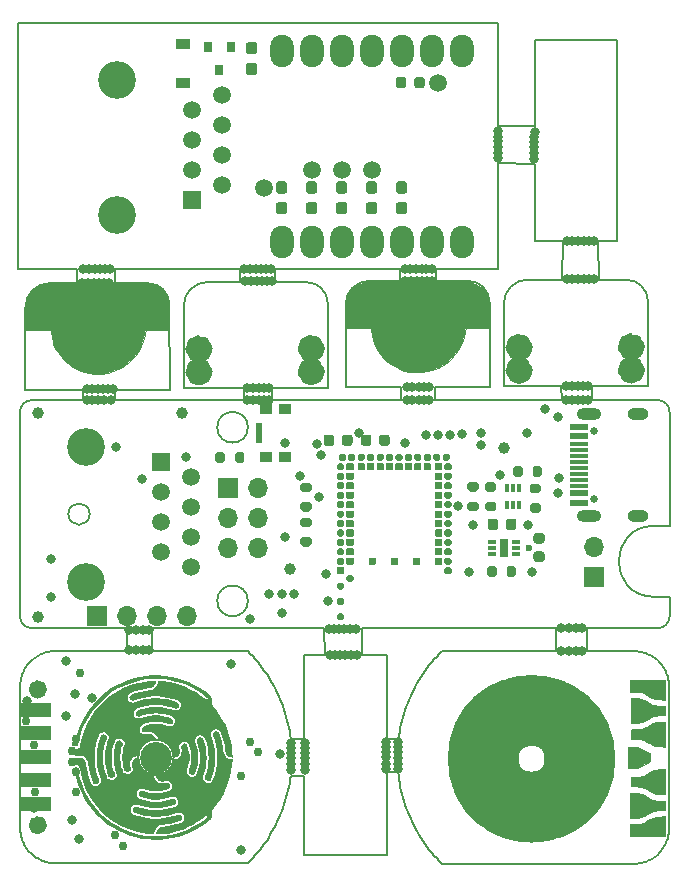
<source format=gbr>
%TF.GenerationSoftware,KiCad,Pcbnew,(5.1.10)-1*%
%TF.CreationDate,2021-10-05T13:13:14-05:00*%
%TF.ProjectId,BYTE_PANELkicad_pcb,42595445-5f50-4414-9e45-4c6b69636164,v2.2*%
%TF.SameCoordinates,Original*%
%TF.FileFunction,Soldermask,Top*%
%TF.FilePolarity,Negative*%
%FSLAX46Y46*%
G04 Gerber Fmt 4.6, Leading zero omitted, Abs format (unit mm)*
G04 Created by KiCad (PCBNEW (5.1.10)-1) date 2021-10-05 13:13:14*
%MOMM*%
%LPD*%
G01*
G04 APERTURE LIST*
%TA.AperFunction,Profile*%
%ADD10C,0.200000*%
%TD*%
%ADD11C,1.500000*%
%ADD12C,0.800000*%
%ADD13C,0.100000*%
%ADD14C,6.000000*%
%ADD15C,0.010000*%
%ADD16C,1.000000*%
%ADD17O,1.700000X1.700000*%
%ADD18R,1.700000X1.700000*%
%ADD19R,0.550000X1.700000*%
%ADD20R,1.000000X0.900000*%
%ADD21R,0.400000X0.700000*%
%ADD22R,1.650000X0.300000*%
%ADD23R,1.650000X0.600000*%
%ADD24C,0.650000*%
%ADD25O,1.800000X1.000000*%
%ADD26O,2.100000X1.000000*%
%ADD27R,0.650000X1.650000*%
%ADD28R,0.700000X0.300000*%
%ADD29C,1.500000*%
%ADD30R,1.500000X1.500000*%
%ADD31C,3.200000*%
%ADD32C,2.700000*%
%ADD33R,2.700000X1.200000*%
%ADD34O,1.998980X2.748280*%
%ADD35R,0.800000X0.900000*%
%ADD36R,1.200000X0.900000*%
%ADD37C,0.800000*%
%ADD38C,0.750000*%
%ADD39C,0.600000*%
G04 APERTURE END LIST*
D10*
X145638100Y-94510004D02*
X145638100Y-96762180D01*
X142558100Y-96762180D02*
X142458100Y-94510004D01*
X145638100Y-96762180D02*
X147788100Y-96762180D01*
X162068100Y-94510004D02*
X145638100Y-94510004D01*
X147788100Y-96762180D02*
X147788100Y-103892180D01*
X140778100Y-103872180D02*
X140798100Y-96762180D01*
X157156100Y-55162180D02*
X160298100Y-55182180D01*
X160298100Y-51992180D02*
X157158100Y-51992180D01*
X160298100Y-61762180D02*
X160298100Y-55182180D01*
X157156100Y-43242180D02*
X157158100Y-51992180D01*
X162658100Y-61762180D02*
X162578100Y-65012180D01*
X165708100Y-65012180D02*
X165648100Y-61762180D01*
X167298100Y-61762180D02*
X165648100Y-61762180D01*
X168087294Y-65021970D02*
X165708100Y-65012180D01*
X148898100Y-64072180D02*
X148888100Y-65112180D01*
X151918100Y-64072180D02*
X151938100Y-65112180D01*
X154687294Y-65121970D02*
X151938100Y-65112180D01*
X157156100Y-64070180D02*
X151918100Y-64072180D01*
X162658100Y-61762180D02*
X160298100Y-61762180D01*
X160298100Y-51992180D02*
X160298100Y-44762180D01*
X160298100Y-44762180D02*
X167298100Y-44762180D01*
X167298100Y-44762180D02*
X167298100Y-61762180D01*
X147798100Y-106722180D02*
X147798100Y-113762180D01*
X140798100Y-96762180D02*
X142558100Y-96762180D01*
X140798100Y-113762180D02*
X140798100Y-107012180D01*
X147798100Y-113762180D02*
X140798100Y-113762180D01*
X138338100Y-65222180D02*
X138338100Y-64072180D01*
X135318100Y-64070180D02*
X135318100Y-65212180D01*
X135318100Y-65212180D02*
X132588100Y-65212180D01*
X148898100Y-64072180D02*
X138338100Y-64072180D01*
X124748100Y-64070180D02*
X124738100Y-65322180D01*
X121508100Y-65312180D02*
X121528100Y-64070180D01*
X135318100Y-64070180D02*
X124748100Y-64070180D01*
X127587294Y-65321970D02*
X124738100Y-65322180D01*
X162558100Y-74012180D02*
X162588100Y-75210004D01*
X165188100Y-75202180D02*
X165178100Y-74002180D01*
X165178100Y-74002180D02*
X169888100Y-74012180D01*
X165190000Y-75200004D02*
X170720000Y-75210004D01*
X151848100Y-74112180D02*
X151828100Y-75210004D01*
X149018100Y-75210004D02*
X149008100Y-74112180D01*
X151828100Y-75210004D02*
X162588100Y-75210004D01*
X151848100Y-74112180D02*
X156488100Y-74112180D01*
X138088100Y-74212180D02*
X138078100Y-75210004D01*
X135658100Y-74212180D02*
X135678100Y-75210004D01*
X138078100Y-75210004D02*
X149018100Y-75210004D01*
X130588100Y-74212180D02*
X135658100Y-74212180D01*
X122048100Y-75210004D02*
X122038100Y-74312180D01*
X124798100Y-75210004D02*
X124778100Y-74312180D01*
X124798100Y-75210004D02*
X135678100Y-75210004D01*
X124778100Y-74312180D02*
X129388100Y-74312180D01*
X169888100Y-74012180D02*
X169878310Y-66814500D01*
X157688100Y-74012180D02*
X157688100Y-67012180D01*
X157688100Y-74012180D02*
X162558100Y-74012180D01*
X157688100Y-67012180D02*
G75*
G02*
X159688100Y-65012180I2000000J0D01*
G01*
X168087294Y-65021969D02*
G75*
G02*
X169878309Y-66814499I806J-1790211D01*
G01*
X162578100Y-65012180D02*
X159688100Y-65012180D01*
X144288100Y-74112180D02*
X149008100Y-74112180D01*
X154687294Y-65121969D02*
G75*
G02*
X156478309Y-66914499I806J-1790211D01*
G01*
X156488100Y-74112180D02*
X156478310Y-66914500D01*
X148888100Y-65112180D02*
X146288100Y-65112180D01*
X144288100Y-67112180D02*
G75*
G02*
X146288100Y-65112180I2000000J0D01*
G01*
X144288100Y-74112180D02*
X144288100Y-67112180D01*
X138088100Y-74212180D02*
X142788100Y-74212180D01*
X140987294Y-65221969D02*
G75*
G02*
X142778309Y-67014499I806J-1790211D01*
G01*
X142788100Y-74212180D02*
X142778310Y-67014500D01*
X140985780Y-65221970D02*
X138338100Y-65222180D01*
X130588100Y-67212180D02*
G75*
G02*
X132588100Y-65212180I2000000J0D01*
G01*
X130588100Y-74212180D02*
X130588100Y-67212180D01*
X162068100Y-94510004D02*
X162068100Y-96462228D01*
X164768100Y-94510004D02*
X164768100Y-96462228D01*
X142458100Y-94510004D02*
X127868100Y-94510004D01*
X162068100Y-96462228D02*
X152439691Y-96462228D01*
X125768100Y-94510004D02*
X125768100Y-96442180D01*
X127868100Y-96442180D02*
X127868100Y-94510004D01*
X170720000Y-94510004D02*
X164768100Y-94510004D01*
X135996509Y-96442180D02*
X127868100Y-96442180D01*
X121508100Y-65312180D02*
X119188100Y-65312180D01*
X117188100Y-74312180D02*
X122038100Y-74312180D01*
X129388100Y-74312180D02*
X129378310Y-67114500D01*
X117188100Y-67312180D02*
G75*
G02*
X119188100Y-65312180I2000000J0D01*
G01*
X127587294Y-65321969D02*
G75*
G02*
X129378309Y-67114499I806J-1790211D01*
G01*
X117188100Y-74312180D02*
X117188100Y-67312180D01*
D11*
X141769392Y-72804360D02*
G75*
G03*
X141769392Y-72804360I-393192J0D01*
G01*
X141769392Y-70834360D02*
G75*
G03*
X141769392Y-70834360I-393192J0D01*
G01*
X132269392Y-72824360D02*
G75*
G03*
X132269392Y-72824360I-393192J0D01*
G01*
X132269392Y-70874360D02*
G75*
G03*
X132269392Y-70874360I-393192J0D01*
G01*
D10*
X149664215Y-100587209D02*
X149547799Y-100875525D01*
X149788569Y-100301830D02*
X149664215Y-100587209D01*
X151018880Y-98140002D02*
X150841610Y-98397203D01*
X148785800Y-103890832D02*
X147788100Y-103892180D01*
X147798100Y-106722180D02*
X148751404Y-106721733D01*
X149338778Y-101460413D02*
X149243528Y-101756746D01*
X150669631Y-98658399D02*
X150505589Y-98923432D01*
X148830779Y-103580469D02*
X148785800Y-103890832D01*
X151791463Y-97153663D02*
X151587734Y-97393613D01*
X148785800Y-107033576D02*
X148830779Y-107343939D01*
X149547799Y-100875525D02*
X149439320Y-101166646D01*
X150505589Y-98923432D02*
X150349485Y-99192195D01*
X149076841Y-102356449D02*
X149002758Y-102659582D01*
X149243528Y-101756746D02*
X149156216Y-102055460D01*
X151391942Y-97638088D02*
X151201443Y-97886928D01*
X168690379Y-96462228D02*
X164768100Y-96462228D01*
X168986712Y-96476886D02*
X168838545Y-96465906D01*
X151587734Y-97393613D02*
X151391942Y-97638088D01*
X152439691Y-96462228D02*
X152217441Y-96687838D01*
X149664215Y-110337199D02*
X149788569Y-110622578D01*
X149918215Y-110904914D02*
X150053152Y-111184049D01*
X149076841Y-108567959D02*
X149156216Y-108868948D01*
X149243528Y-109167662D02*
X149338778Y-109463995D01*
X149156216Y-108868948D02*
X149243528Y-109167662D01*
X149002758Y-108264826D02*
X149076841Y-108567959D01*
X150198673Y-111459851D02*
X150349485Y-111732213D01*
X149788569Y-110622578D02*
X149918215Y-110904914D01*
X169560857Y-114332508D02*
X169701086Y-114286523D01*
X148936612Y-102964707D02*
X148881050Y-103271716D01*
X169277753Y-114404025D02*
X169420628Y-114371719D01*
X170230252Y-114036598D02*
X170354606Y-113958149D01*
X149439320Y-109757762D02*
X149547799Y-110048883D01*
X149547799Y-110048883D02*
X149664215Y-110337199D01*
X169970961Y-114174552D02*
X170100606Y-114108776D01*
X169132233Y-114429319D02*
X169277753Y-114404025D01*
X149338778Y-109463995D02*
X149439320Y-109757762D01*
X170473668Y-113873536D02*
X170590085Y-113782810D01*
X168838545Y-114458502D02*
X168986712Y-114447522D01*
X148881050Y-107652692D02*
X148936612Y-107959701D01*
X150053152Y-111184049D02*
X150198673Y-111459851D01*
X171598146Y-112193460D02*
X171629896Y-112050188D01*
X148936612Y-107959701D02*
X149002758Y-108264826D01*
X149918215Y-100019494D02*
X149788569Y-100301830D01*
X169701086Y-96637885D02*
X169560857Y-96591900D01*
X152000483Y-96918369D02*
X151791463Y-97153663D01*
X148881050Y-103271716D02*
X148830779Y-103580469D01*
X150198673Y-99464557D02*
X150053152Y-99740359D01*
X168838545Y-96465906D02*
X168690379Y-96462228D01*
X152217441Y-96687838D02*
X152000483Y-96918369D01*
X171598146Y-98730948D02*
X171558459Y-98589713D01*
X150841610Y-98397203D02*
X150669631Y-98658399D01*
X171460563Y-98314150D02*
X171402355Y-98180351D01*
X151201443Y-97886928D02*
X151018880Y-98140002D01*
X150053152Y-99740359D02*
X149918215Y-100019494D01*
X148751404Y-106721733D02*
X148785800Y-107033576D01*
X149002758Y-102659582D02*
X148936612Y-102964707D01*
X149439320Y-101166646D02*
X149338778Y-101460413D01*
X150349485Y-99192195D02*
X150198673Y-99464557D01*
X169836023Y-96690563D02*
X169701086Y-96637885D01*
X148830779Y-107343939D02*
X148881050Y-107652692D01*
X149156216Y-102055460D02*
X149076841Y-102356449D01*
X171685459Y-99313454D02*
X171674875Y-99165711D01*
X169701086Y-114286523D02*
X169836023Y-114233845D01*
X152000483Y-114006039D02*
X152217441Y-114236570D01*
X151587734Y-113530795D02*
X151791463Y-113770745D01*
X151018880Y-112784406D02*
X151201443Y-113037480D01*
X171185397Y-113126591D02*
X171264772Y-113002476D01*
X171558459Y-112334695D02*
X171598146Y-112193460D01*
X171402355Y-112744057D02*
X171460563Y-112610258D01*
X150841610Y-112527205D02*
X151018880Y-112784406D01*
X150349485Y-111732213D02*
X150505589Y-112000976D01*
X168986712Y-114447522D02*
X169132233Y-114429319D01*
X170100606Y-114108776D02*
X170230252Y-114036598D01*
X150505589Y-112000976D02*
X150669631Y-112266009D01*
X171685459Y-111610954D02*
X171688104Y-111462206D01*
X161707278Y-105453754D02*
G75*
G03*
X161707278Y-105453754I-1500000J0D01*
G01*
X152217441Y-114236570D02*
X152439691Y-114462180D01*
X171656354Y-111905197D02*
X171674875Y-111758697D01*
X170590085Y-113782810D02*
X170703856Y-113686105D01*
X171629896Y-112050188D02*
X171656354Y-111905197D01*
X171100730Y-113247003D02*
X171185397Y-113126591D01*
X150669631Y-112266009D02*
X150841610Y-112527205D01*
X171674875Y-111758697D02*
X171685459Y-111610954D01*
X171336209Y-112874867D02*
X171402355Y-112744057D01*
X169836023Y-114233845D02*
X169970961Y-114174552D01*
X170230252Y-96887810D02*
X170100606Y-96815632D01*
X169132233Y-96495089D02*
X168986712Y-96476886D01*
X171688104Y-99462202D02*
X171685459Y-99313454D01*
X169970961Y-96749856D02*
X169836023Y-96690563D01*
X171010772Y-97560935D02*
X170912876Y-97448699D01*
X171264772Y-97921932D02*
X171185397Y-97797817D01*
X170473668Y-97050872D02*
X170354606Y-96966259D01*
X169560857Y-96591900D02*
X169420628Y-96552689D01*
X171674875Y-99165711D02*
X171656354Y-99019211D01*
X171185397Y-97797817D02*
X171100730Y-97677405D01*
X169277753Y-96520383D02*
X169132233Y-96495089D01*
X168690379Y-114462180D02*
X168838545Y-114458502D01*
X151391942Y-113286320D02*
X151587734Y-113530795D01*
X169420628Y-114371719D02*
X169560857Y-114332508D01*
X151791463Y-113770745D02*
X152000483Y-114006039D01*
X171460563Y-112610258D02*
X171513480Y-112473706D01*
X171010772Y-113363473D02*
X171100730Y-113247003D01*
X170703856Y-113686105D02*
X170809689Y-113583525D01*
X171513480Y-112473706D02*
X171558459Y-112334695D01*
X151201443Y-113037480D02*
X151391942Y-113286320D01*
X170912876Y-113475709D02*
X171010772Y-113363473D01*
X152439691Y-114462180D02*
X168690379Y-114462180D01*
X170354606Y-113958149D02*
X170473668Y-113873536D01*
X171264772Y-113002476D02*
X171336209Y-112874867D01*
X170809689Y-113583525D02*
X170912876Y-113475709D01*
X171402355Y-98180351D02*
X171336209Y-98049541D01*
X170703856Y-97238303D02*
X170590085Y-97141598D01*
X169420628Y-96552689D02*
X169277753Y-96520383D01*
X171336209Y-98049541D02*
X171264772Y-97921932D01*
X170354606Y-96966259D02*
X170230252Y-96887810D01*
X171629896Y-98874220D02*
X171598146Y-98730948D01*
X171688104Y-111462206D02*
X171688104Y-99462202D01*
X170912876Y-97448699D02*
X170809689Y-97340883D01*
X170809689Y-97340883D02*
X170703856Y-97238303D01*
X170590085Y-97141598D02*
X170473668Y-97050872D01*
X171656354Y-99019211D02*
X171629896Y-98874220D01*
X170100606Y-96815632D02*
X169970961Y-96749856D01*
X171558459Y-98589713D02*
X171513480Y-98450702D01*
X171100730Y-97677405D02*
X171010772Y-97560935D01*
X171513480Y-98450702D02*
X171460563Y-98314150D01*
D11*
X159369392Y-70734360D02*
G75*
G03*
X159369392Y-70734360I-393192J0D01*
G01*
X159369392Y-72684360D02*
G75*
G03*
X159369392Y-72684360I-393192J0D01*
G01*
X168869392Y-70694360D02*
G75*
G03*
X168869392Y-70694360I-393192J0D01*
G01*
X168869392Y-72664360D02*
G75*
G03*
X168869392Y-72664360I-393192J0D01*
G01*
D10*
X117720000Y-94510004D02*
G75*
G02*
X116720000Y-93510004I0J1000000D01*
G01*
X170720000Y-75210004D02*
G75*
G02*
X171720000Y-76210004I0J-1000000D01*
G01*
X170420000Y-91860004D02*
X171720000Y-91860004D01*
X125768100Y-94510004D02*
X117720000Y-94510004D01*
X116720000Y-76210004D02*
G75*
G02*
X117720000Y-75210004I1000000J0D01*
G01*
X122620000Y-84860004D02*
G75*
G03*
X122620000Y-84860004I-900000J0D01*
G01*
X136020001Y-77510004D02*
G75*
G03*
X136020001Y-77510004I-1300001J0D01*
G01*
X170420000Y-91860004D02*
G75*
G02*
X170420000Y-85860004I0J3000000D01*
G01*
X136020001Y-92210004D02*
G75*
G03*
X136020001Y-92210004I-1300001J0D01*
G01*
X171720000Y-91860004D02*
X171720000Y-93510004D01*
X171720000Y-93510004D02*
G75*
G02*
X170720000Y-94510004I-1000000J0D01*
G01*
X116720000Y-93510004D02*
X116720000Y-76210004D01*
X171720000Y-85860004D02*
X170420000Y-85860004D01*
X117720000Y-75210004D02*
X122048100Y-75210004D01*
X171720000Y-76210004D02*
X171720000Y-85860004D01*
X116748096Y-99442154D02*
X116748096Y-111442158D01*
D12*
X118628922Y-111200606D02*
G75*
G03*
X118628922Y-111200606I-400000J0D01*
G01*
X118628922Y-99700606D02*
G75*
G03*
X118628922Y-99700606I-400000J0D01*
G01*
D10*
X116806304Y-112030140D02*
X116838054Y-112173412D01*
X118081594Y-113938101D02*
X118205948Y-114016550D01*
X119015572Y-114351671D02*
X119158447Y-114383977D01*
X117099991Y-112854819D02*
X117171428Y-112982428D01*
X117732344Y-113666057D02*
X117846115Y-113762762D01*
X117033845Y-112724009D02*
X117099991Y-112854819D01*
X117962532Y-113853488D02*
X118081594Y-113938101D01*
X116761325Y-111738649D02*
X116779846Y-111885149D01*
X117250803Y-113106543D02*
X117335470Y-113226955D01*
X119158447Y-114383977D02*
X119303967Y-114409271D01*
X118205948Y-114016550D02*
X118335594Y-114088728D01*
X117171428Y-112982428D02*
X117250803Y-113106543D01*
X118875343Y-114312460D02*
X119015572Y-114351671D01*
X117425428Y-113343425D02*
X117523324Y-113455661D01*
X118465239Y-114154504D02*
X118600177Y-114213797D01*
X116748096Y-111442158D02*
X116750741Y-111590906D01*
X119303967Y-114409271D02*
X119449488Y-114427474D01*
X116922720Y-112453658D02*
X116975637Y-112590210D01*
X117335470Y-113226955D02*
X117425428Y-113343425D01*
X116877741Y-112314647D02*
X116922720Y-112453658D01*
X118335594Y-114088728D02*
X118465239Y-114154504D01*
X116779846Y-111885149D02*
X116806304Y-112030140D01*
X117846115Y-113762762D02*
X117962532Y-113853488D01*
X117626511Y-113563477D02*
X117732344Y-113666057D01*
X117523324Y-113455661D02*
X117626511Y-113563477D01*
X116750741Y-111590906D02*
X116761325Y-111738649D01*
X116975637Y-112590210D02*
X117033845Y-112724009D01*
X118735114Y-114266475D02*
X118875343Y-114312460D01*
X116838054Y-112173412D02*
X116877741Y-112314647D01*
X118600177Y-114213797D02*
X118735114Y-114266475D01*
X119597655Y-114438454D02*
X119745821Y-114442132D01*
X139555150Y-107632644D02*
X139605421Y-107323891D01*
X136218759Y-114216522D02*
X136435717Y-113985991D01*
X136435717Y-113985991D02*
X136644737Y-113750697D01*
X137234757Y-113017432D02*
X137417320Y-112764358D01*
X137594590Y-112507157D02*
X137766569Y-112245961D01*
X138086715Y-111712165D02*
X138237527Y-111439803D01*
X138237527Y-111439803D02*
X138383048Y-111164001D01*
X138517985Y-110884866D02*
X138647631Y-110602530D01*
X139279984Y-108848900D02*
X139359359Y-108547911D01*
X138996880Y-109737714D02*
X139097422Y-109443947D01*
X139433442Y-108244778D02*
X139499588Y-107939653D01*
X139605421Y-103560421D02*
X139555150Y-103251668D01*
X140778100Y-103872180D02*
X139650400Y-103870784D01*
X138383048Y-111164001D02*
X138517985Y-110884866D01*
X139097422Y-109443947D02*
X139192672Y-109147614D01*
X139650400Y-107013528D02*
X140798100Y-107012180D01*
X139359359Y-108547911D02*
X139433442Y-108244778D01*
X135996509Y-114442132D02*
X136218759Y-114216522D01*
X136644737Y-113750697D02*
X136848466Y-113510747D01*
X136848466Y-113510747D02*
X137044258Y-113266272D01*
X137417320Y-112764358D02*
X137594590Y-112507157D01*
X138647631Y-110602530D02*
X138771985Y-110317151D01*
X138771985Y-110317151D02*
X138888401Y-110028835D01*
X119449488Y-114427474D02*
X119597655Y-114438454D01*
X119745821Y-114442132D02*
X135996509Y-114442132D01*
X137044258Y-113266272D02*
X137234757Y-113017432D01*
X137930611Y-111980928D02*
X138086715Y-111712165D01*
X139192672Y-109147614D02*
X139279984Y-108848900D01*
X139650400Y-103870784D02*
X139605421Y-103560421D01*
X138888401Y-110028835D02*
X138996880Y-109737714D01*
X139605421Y-107323891D02*
X139650400Y-107013528D01*
X137766569Y-112245961D02*
X137930611Y-111980928D01*
X139499588Y-107939653D02*
X139555150Y-107632644D01*
X139279984Y-102035412D02*
X139192672Y-101736698D01*
X138647631Y-100281782D02*
X138517985Y-99999446D01*
X138237527Y-99444509D02*
X138086715Y-99172147D01*
X139555150Y-103251668D02*
X139499588Y-102944659D01*
X139499588Y-102944659D02*
X139433442Y-102639534D01*
X139433442Y-102639534D02*
X139359359Y-102336401D01*
X138996880Y-101146598D02*
X138888401Y-100855477D01*
X138771985Y-100567161D02*
X138647631Y-100281782D01*
X139192672Y-101736698D02*
X139097422Y-101440365D01*
X139359359Y-102336401D02*
X139279984Y-102035412D01*
X139097422Y-101440365D02*
X138996880Y-101146598D01*
X138888401Y-100855477D02*
X138771985Y-100567161D01*
X138383048Y-99720311D02*
X138237527Y-99444509D01*
X138517985Y-99999446D02*
X138383048Y-99720311D01*
X116838054Y-98710900D02*
X116806304Y-98854172D01*
X119597655Y-96445858D02*
X119449488Y-96456838D01*
X117962532Y-97030824D02*
X117846115Y-97121550D01*
X119303967Y-96475041D02*
X119158447Y-96500335D01*
X118465239Y-96729808D02*
X118335594Y-96795584D01*
X118205948Y-96867762D02*
X118081594Y-96946211D01*
X119158447Y-96500335D02*
X119015572Y-96532641D01*
X118875343Y-96571852D02*
X118735114Y-96617837D01*
X116806304Y-98854172D02*
X116779846Y-98999163D01*
X138086715Y-99172147D02*
X137930611Y-98903384D01*
X136218759Y-96667790D02*
X135996509Y-96442180D01*
X137930611Y-98903384D02*
X137766569Y-98638351D01*
X137766569Y-98638351D02*
X137594590Y-98377155D01*
X118600177Y-96670515D02*
X118465239Y-96729808D01*
X137594590Y-98377155D02*
X137417320Y-98119954D01*
X137417320Y-98119954D02*
X137234757Y-97866880D01*
X116750741Y-99293406D02*
X116748096Y-99442154D01*
X136848466Y-97373565D02*
X136644737Y-97133615D01*
X117335470Y-97657357D02*
X117250803Y-97777769D01*
X117250803Y-97777769D02*
X117171428Y-97901884D01*
X117099991Y-98029493D02*
X117033845Y-98160303D01*
X116761325Y-99145663D02*
X116750741Y-99293406D01*
X136435717Y-96898321D02*
X136218759Y-96667790D01*
X118735114Y-96617837D02*
X118600177Y-96670515D01*
X118335594Y-96795584D02*
X118205948Y-96867762D01*
X117846115Y-97121550D02*
X117732344Y-97218255D01*
X116779846Y-98999163D02*
X116761325Y-99145663D01*
X129728922Y-105450606D02*
G75*
G03*
X129728922Y-105450606I-1500000J0D01*
G01*
X119449488Y-96456838D02*
X119303967Y-96475041D01*
X117033845Y-98160303D02*
X116975637Y-98294102D01*
X116877741Y-98569665D02*
X116838054Y-98710900D01*
X117732344Y-97218255D02*
X117626511Y-97320835D01*
X117523324Y-97428651D02*
X117425428Y-97540887D01*
X117425428Y-97540887D02*
X117335470Y-97657357D01*
X116975637Y-98294102D02*
X116922720Y-98430654D01*
X116922720Y-98430654D02*
X116877741Y-98569665D01*
X137234757Y-97866880D02*
X137044258Y-97618040D01*
X117171428Y-97901884D02*
X117099991Y-98029493D01*
X137044258Y-97618040D02*
X136848466Y-97373565D01*
X136644737Y-97133615D02*
X136435717Y-96898321D01*
X117626511Y-97320835D02*
X117523324Y-97428651D01*
X118081594Y-96946211D02*
X117962532Y-97030824D01*
X125768100Y-96442180D02*
X119745821Y-96442180D01*
X119015572Y-96532641D02*
X118875343Y-96571852D01*
X119745821Y-96442180D02*
X119597655Y-96445858D01*
X116516100Y-43242180D02*
X157156100Y-43242180D01*
X116516100Y-64070180D02*
X116516100Y-43242180D01*
X121528100Y-64070180D02*
X116516100Y-64070180D01*
X157156100Y-55162180D02*
X157156100Y-64070180D01*
D13*
%TO.C,J1*%
G36*
X128178100Y-65522180D02*
G01*
X128878100Y-65922180D01*
X129278100Y-66722180D01*
X129378100Y-67222180D01*
X129378100Y-69277520D01*
X117178100Y-69277520D01*
X117178100Y-67222180D01*
X117268100Y-66742180D01*
X117408100Y-66362180D01*
X117638100Y-66022180D01*
X118088100Y-65632180D01*
X118388100Y-65482180D01*
X118878100Y-65322180D01*
X127678100Y-65322180D01*
X128178100Y-65522180D01*
G37*
X128178100Y-65522180D02*
X128878100Y-65922180D01*
X129278100Y-66722180D01*
X129378100Y-67222180D01*
X129378100Y-69277520D01*
X117178100Y-69277520D01*
X117178100Y-67222180D01*
X117268100Y-66742180D01*
X117408100Y-66362180D01*
X117638100Y-66022180D01*
X118088100Y-65632180D01*
X118388100Y-65482180D01*
X118878100Y-65322180D01*
X127678100Y-65322180D01*
X128178100Y-65522180D01*
G36*
X127374120Y-69056540D02*
G01*
X127374120Y-69066700D01*
X127272520Y-69704240D01*
X127127740Y-70224940D01*
X126988040Y-70628800D01*
X126706100Y-71131720D01*
X126469880Y-71459380D01*
X126030460Y-71936900D01*
X125570720Y-72302660D01*
X125047480Y-72615080D01*
X124155940Y-72907180D01*
X123553960Y-72996080D01*
X123073900Y-72988460D01*
X122558280Y-72940200D01*
X121918200Y-72762400D01*
X121334000Y-72490620D01*
X120859020Y-72178200D01*
X120480560Y-71845460D01*
X120165600Y-71502560D01*
X119931920Y-71172360D01*
X119802380Y-70979320D01*
X119553460Y-70473860D01*
X119502660Y-70263040D01*
X119416300Y-69843940D01*
X119378200Y-69396900D01*
X119248660Y-69048920D01*
X127374120Y-69056540D01*
G37*
X127374120Y-69056540D02*
X127374120Y-69066700D01*
X127272520Y-69704240D01*
X127127740Y-70224940D01*
X126988040Y-70628800D01*
X126706100Y-71131720D01*
X126469880Y-71459380D01*
X126030460Y-71936900D01*
X125570720Y-72302660D01*
X125047480Y-72615080D01*
X124155940Y-72907180D01*
X123553960Y-72996080D01*
X123073900Y-72988460D01*
X122558280Y-72940200D01*
X121918200Y-72762400D01*
X121334000Y-72490620D01*
X120859020Y-72178200D01*
X120480560Y-71845460D01*
X120165600Y-71502560D01*
X119931920Y-71172360D01*
X119802380Y-70979320D01*
X119553460Y-70473860D01*
X119502660Y-70263040D01*
X119416300Y-69843940D01*
X119378200Y-69396900D01*
X119248660Y-69048920D01*
X127374120Y-69056540D01*
G36*
X169968100Y-105112180D02*
G01*
X169968100Y-105152180D01*
X169968100Y-105112180D01*
X170068100Y-105052180D01*
X169668100Y-104892180D01*
X169258100Y-104692180D01*
X168958100Y-104612180D01*
X168748100Y-104582180D01*
X168178100Y-104552180D01*
X168178100Y-105847180D01*
X169878100Y-105857180D01*
X169868100Y-105212180D01*
X169968100Y-105112180D01*
G37*
X169968100Y-105112180D02*
X169968100Y-105152180D01*
X169968100Y-105112180D01*
X170068100Y-105052180D01*
X169668100Y-104892180D01*
X169258100Y-104692180D01*
X168958100Y-104612180D01*
X168748100Y-104582180D01*
X168178100Y-104552180D01*
X168178100Y-105847180D01*
X169878100Y-105857180D01*
X169868100Y-105212180D01*
X169968100Y-105112180D01*
G36*
X169968100Y-105652180D02*
G01*
X170068100Y-105652180D01*
X170068100Y-105752180D01*
X169968100Y-105832180D01*
X169878100Y-105892180D01*
X169608100Y-106052180D01*
X169258100Y-106252180D01*
X168958100Y-106332180D01*
X168748100Y-106362180D01*
X168178100Y-106392180D01*
X168178100Y-105052180D01*
X170068100Y-105052180D01*
X170068100Y-105732180D01*
X169968100Y-105652180D01*
G37*
X169968100Y-105652180D02*
X170068100Y-105652180D01*
X170068100Y-105752180D01*
X169968100Y-105832180D01*
X169878100Y-105892180D01*
X169608100Y-106052180D01*
X169258100Y-106252180D01*
X168958100Y-106332180D01*
X168748100Y-106362180D01*
X168178100Y-106392180D01*
X168178100Y-105052180D01*
X170068100Y-105052180D01*
X170068100Y-105732180D01*
X169968100Y-105652180D01*
D14*
X164128112Y-105582180D02*
G75*
G03*
X164128112Y-105582180I-4090012J0D01*
G01*
D15*
G36*
X168608303Y-107121869D02*
G01*
X168713775Y-107114740D01*
X168827408Y-107109788D01*
X168913688Y-107108180D01*
X169076249Y-107101000D01*
X169243155Y-107081100D01*
X169397692Y-107050937D01*
X169497495Y-107022348D01*
X169558065Y-106996411D01*
X169644463Y-106952651D01*
X169747002Y-106896291D01*
X169856000Y-106832554D01*
X169905020Y-106802582D01*
X170046960Y-106715913D01*
X170161630Y-106649708D01*
X170256547Y-106600307D01*
X170339230Y-106564051D01*
X170417196Y-106537283D01*
X170488943Y-106518420D01*
X170560768Y-106505569D01*
X170663703Y-106492191D01*
X170786552Y-106479292D01*
X170918120Y-106467877D01*
X171047209Y-106458953D01*
X171162625Y-106453524D01*
X171224484Y-106452348D01*
X171346193Y-106452013D01*
X171346193Y-108573186D01*
X170991651Y-108558973D01*
X170863284Y-108552900D01*
X170740449Y-108545418D01*
X170633417Y-108537271D01*
X170552462Y-108529206D01*
X170521475Y-108524855D01*
X170376121Y-108484381D01*
X170296725Y-108448931D01*
X170296725Y-107865642D01*
X170407294Y-107860860D01*
X170512704Y-107814430D01*
X170570895Y-107768292D01*
X170647285Y-107671789D01*
X170684107Y-107564911D01*
X170680418Y-107452591D01*
X170648283Y-107363337D01*
X170577284Y-107263737D01*
X170485825Y-107200822D01*
X170376205Y-107175583D01*
X170250726Y-107189011D01*
X170246347Y-107190124D01*
X170138749Y-107236456D01*
X170059086Y-107307749D01*
X170008100Y-107396520D01*
X169986530Y-107495285D01*
X169995118Y-107596562D01*
X170034602Y-107692869D01*
X170105725Y-107776722D01*
X170183183Y-107828437D01*
X170296725Y-107865642D01*
X170296725Y-108448931D01*
X170207118Y-108408921D01*
X170014416Y-108298452D01*
X169957414Y-108262032D01*
X169793427Y-108159957D01*
X169650309Y-108082185D01*
X169518203Y-108023898D01*
X169387255Y-107980274D01*
X169373442Y-107976423D01*
X169274161Y-107954736D01*
X169144252Y-107934416D01*
X168995420Y-107916712D01*
X168839371Y-107902872D01*
X168687810Y-107894143D01*
X168578651Y-107891682D01*
X168446359Y-107891346D01*
X168446359Y-107135558D01*
X168608303Y-107121869D01*
G37*
X168608303Y-107121869D02*
X168713775Y-107114740D01*
X168827408Y-107109788D01*
X168913688Y-107108180D01*
X169076249Y-107101000D01*
X169243155Y-107081100D01*
X169397692Y-107050937D01*
X169497495Y-107022348D01*
X169558065Y-106996411D01*
X169644463Y-106952651D01*
X169747002Y-106896291D01*
X169856000Y-106832554D01*
X169905020Y-106802582D01*
X170046960Y-106715913D01*
X170161630Y-106649708D01*
X170256547Y-106600307D01*
X170339230Y-106564051D01*
X170417196Y-106537283D01*
X170488943Y-106518420D01*
X170560768Y-106505569D01*
X170663703Y-106492191D01*
X170786552Y-106479292D01*
X170918120Y-106467877D01*
X171047209Y-106458953D01*
X171162625Y-106453524D01*
X171224484Y-106452348D01*
X171346193Y-106452013D01*
X171346193Y-108573186D01*
X170991651Y-108558973D01*
X170863284Y-108552900D01*
X170740449Y-108545418D01*
X170633417Y-108537271D01*
X170552462Y-108529206D01*
X170521475Y-108524855D01*
X170376121Y-108484381D01*
X170296725Y-108448931D01*
X170296725Y-107865642D01*
X170407294Y-107860860D01*
X170512704Y-107814430D01*
X170570895Y-107768292D01*
X170647285Y-107671789D01*
X170684107Y-107564911D01*
X170680418Y-107452591D01*
X170648283Y-107363337D01*
X170577284Y-107263737D01*
X170485825Y-107200822D01*
X170376205Y-107175583D01*
X170250726Y-107189011D01*
X170246347Y-107190124D01*
X170138749Y-107236456D01*
X170059086Y-107307749D01*
X170008100Y-107396520D01*
X169986530Y-107495285D01*
X169995118Y-107596562D01*
X170034602Y-107692869D01*
X170105725Y-107776722D01*
X170183183Y-107828437D01*
X170296725Y-107865642D01*
X170296725Y-108448931D01*
X170207118Y-108408921D01*
X170014416Y-108298452D01*
X169957414Y-108262032D01*
X169793427Y-108159957D01*
X169650309Y-108082185D01*
X169518203Y-108023898D01*
X169387255Y-107980274D01*
X169373442Y-107976423D01*
X169274161Y-107954736D01*
X169144252Y-107934416D01*
X168995420Y-107916712D01*
X168839371Y-107902872D01*
X168687810Y-107894143D01*
X168578651Y-107891682D01*
X168446359Y-107891346D01*
X168446359Y-107135558D01*
X168608303Y-107121869D01*
G36*
X171177897Y-101886831D02*
G01*
X171072425Y-101893960D01*
X170958792Y-101898912D01*
X170872512Y-101900520D01*
X170709951Y-101907700D01*
X170543045Y-101927600D01*
X170388508Y-101957763D01*
X170288705Y-101986352D01*
X170228135Y-102012289D01*
X170141737Y-102056049D01*
X170039198Y-102112409D01*
X169930200Y-102176146D01*
X169881180Y-102206118D01*
X169739240Y-102292787D01*
X169624570Y-102358992D01*
X169529653Y-102408393D01*
X169446970Y-102444649D01*
X169369004Y-102471417D01*
X169297257Y-102490280D01*
X169225432Y-102503131D01*
X169122497Y-102516509D01*
X168999648Y-102529408D01*
X168868080Y-102540823D01*
X168738991Y-102549747D01*
X168623575Y-102555176D01*
X168561716Y-102556352D01*
X168440007Y-102556687D01*
X168440007Y-100435514D01*
X168794549Y-100449727D01*
X168922916Y-100455800D01*
X169045751Y-100463282D01*
X169152783Y-100471429D01*
X169233738Y-100479494D01*
X169264725Y-100483845D01*
X169410079Y-100524319D01*
X169489475Y-100559769D01*
X169489475Y-101143058D01*
X169378906Y-101147840D01*
X169273496Y-101194270D01*
X169215305Y-101240408D01*
X169138915Y-101336911D01*
X169102093Y-101443789D01*
X169105782Y-101556109D01*
X169137917Y-101645363D01*
X169208916Y-101744963D01*
X169300375Y-101807878D01*
X169409995Y-101833117D01*
X169535474Y-101819689D01*
X169539853Y-101818576D01*
X169647451Y-101772244D01*
X169727114Y-101700951D01*
X169778100Y-101612180D01*
X169799670Y-101513415D01*
X169791082Y-101412138D01*
X169751598Y-101315831D01*
X169680475Y-101231978D01*
X169603017Y-101180263D01*
X169489475Y-101143058D01*
X169489475Y-100559769D01*
X169579082Y-100599779D01*
X169771784Y-100710248D01*
X169828786Y-100746668D01*
X169992773Y-100848743D01*
X170135891Y-100926515D01*
X170267997Y-100984802D01*
X170398945Y-101028426D01*
X170412758Y-101032277D01*
X170512039Y-101053964D01*
X170641948Y-101074284D01*
X170790780Y-101091988D01*
X170946829Y-101105828D01*
X171098390Y-101114557D01*
X171207549Y-101117018D01*
X171339841Y-101117354D01*
X171339841Y-101873142D01*
X171177897Y-101886831D01*
G37*
X171177897Y-101886831D02*
X171072425Y-101893960D01*
X170958792Y-101898912D01*
X170872512Y-101900520D01*
X170709951Y-101907700D01*
X170543045Y-101927600D01*
X170388508Y-101957763D01*
X170288705Y-101986352D01*
X170228135Y-102012289D01*
X170141737Y-102056049D01*
X170039198Y-102112409D01*
X169930200Y-102176146D01*
X169881180Y-102206118D01*
X169739240Y-102292787D01*
X169624570Y-102358992D01*
X169529653Y-102408393D01*
X169446970Y-102444649D01*
X169369004Y-102471417D01*
X169297257Y-102490280D01*
X169225432Y-102503131D01*
X169122497Y-102516509D01*
X168999648Y-102529408D01*
X168868080Y-102540823D01*
X168738991Y-102549747D01*
X168623575Y-102555176D01*
X168561716Y-102556352D01*
X168440007Y-102556687D01*
X168440007Y-100435514D01*
X168794549Y-100449727D01*
X168922916Y-100455800D01*
X169045751Y-100463282D01*
X169152783Y-100471429D01*
X169233738Y-100479494D01*
X169264725Y-100483845D01*
X169410079Y-100524319D01*
X169489475Y-100559769D01*
X169489475Y-101143058D01*
X169378906Y-101147840D01*
X169273496Y-101194270D01*
X169215305Y-101240408D01*
X169138915Y-101336911D01*
X169102093Y-101443789D01*
X169105782Y-101556109D01*
X169137917Y-101645363D01*
X169208916Y-101744963D01*
X169300375Y-101807878D01*
X169409995Y-101833117D01*
X169535474Y-101819689D01*
X169539853Y-101818576D01*
X169647451Y-101772244D01*
X169727114Y-101700951D01*
X169778100Y-101612180D01*
X169799670Y-101513415D01*
X169791082Y-101412138D01*
X169751598Y-101315831D01*
X169680475Y-101231978D01*
X169603017Y-101180263D01*
X169489475Y-101143058D01*
X169489475Y-100559769D01*
X169579082Y-100599779D01*
X169771784Y-100710248D01*
X169828786Y-100746668D01*
X169992773Y-100848743D01*
X170135891Y-100926515D01*
X170267997Y-100984802D01*
X170398945Y-101028426D01*
X170412758Y-101032277D01*
X170512039Y-101053964D01*
X170641948Y-101074284D01*
X170790780Y-101091988D01*
X170946829Y-101105828D01*
X171098390Y-101114557D01*
X171207549Y-101117018D01*
X171339841Y-101117354D01*
X171339841Y-101873142D01*
X171177897Y-101886831D01*
G36*
X168637317Y-103096300D02*
G01*
X168742789Y-103089171D01*
X168856422Y-103084219D01*
X168942702Y-103082611D01*
X169105263Y-103075431D01*
X169272169Y-103055531D01*
X169426706Y-103025368D01*
X169526509Y-102996779D01*
X169587079Y-102970842D01*
X169673477Y-102927082D01*
X169776016Y-102870722D01*
X169885014Y-102806985D01*
X169934034Y-102777013D01*
X170075974Y-102690344D01*
X170190644Y-102624139D01*
X170285561Y-102574738D01*
X170368244Y-102538482D01*
X170446210Y-102511714D01*
X170517957Y-102492851D01*
X170589782Y-102480000D01*
X170692717Y-102466622D01*
X170815566Y-102453723D01*
X170947134Y-102442308D01*
X171076223Y-102433384D01*
X171191639Y-102427955D01*
X171253498Y-102426779D01*
X171375207Y-102426444D01*
X171375207Y-104547617D01*
X171020665Y-104533404D01*
X170892298Y-104527331D01*
X170769463Y-104519849D01*
X170662431Y-104511702D01*
X170581476Y-104503637D01*
X170550489Y-104499286D01*
X170405135Y-104458812D01*
X170325739Y-104423362D01*
X170325739Y-103840073D01*
X170436308Y-103835291D01*
X170541718Y-103788861D01*
X170599909Y-103742723D01*
X170676299Y-103646220D01*
X170713121Y-103539342D01*
X170709432Y-103427022D01*
X170677297Y-103337768D01*
X170606298Y-103238168D01*
X170514839Y-103175253D01*
X170405219Y-103150014D01*
X170279740Y-103163442D01*
X170275361Y-103164555D01*
X170167763Y-103210887D01*
X170088100Y-103282180D01*
X170037114Y-103370951D01*
X170015544Y-103469716D01*
X170024132Y-103570993D01*
X170063616Y-103667300D01*
X170134739Y-103751153D01*
X170212197Y-103802868D01*
X170325739Y-103840073D01*
X170325739Y-104423362D01*
X170236132Y-104383352D01*
X170043430Y-104272883D01*
X169986428Y-104236463D01*
X169822441Y-104134388D01*
X169679323Y-104056616D01*
X169547217Y-103998329D01*
X169416269Y-103954705D01*
X169402456Y-103950854D01*
X169303175Y-103929167D01*
X169173266Y-103908847D01*
X169024434Y-103891143D01*
X168868385Y-103877303D01*
X168716824Y-103868574D01*
X168607665Y-103866113D01*
X168475373Y-103865777D01*
X168475373Y-103109989D01*
X168637317Y-103096300D01*
G37*
X168637317Y-103096300D02*
X168742789Y-103089171D01*
X168856422Y-103084219D01*
X168942702Y-103082611D01*
X169105263Y-103075431D01*
X169272169Y-103055531D01*
X169426706Y-103025368D01*
X169526509Y-102996779D01*
X169587079Y-102970842D01*
X169673477Y-102927082D01*
X169776016Y-102870722D01*
X169885014Y-102806985D01*
X169934034Y-102777013D01*
X170075974Y-102690344D01*
X170190644Y-102624139D01*
X170285561Y-102574738D01*
X170368244Y-102538482D01*
X170446210Y-102511714D01*
X170517957Y-102492851D01*
X170589782Y-102480000D01*
X170692717Y-102466622D01*
X170815566Y-102453723D01*
X170947134Y-102442308D01*
X171076223Y-102433384D01*
X171191639Y-102427955D01*
X171253498Y-102426779D01*
X171375207Y-102426444D01*
X171375207Y-104547617D01*
X171020665Y-104533404D01*
X170892298Y-104527331D01*
X170769463Y-104519849D01*
X170662431Y-104511702D01*
X170581476Y-104503637D01*
X170550489Y-104499286D01*
X170405135Y-104458812D01*
X170325739Y-104423362D01*
X170325739Y-103840073D01*
X170436308Y-103835291D01*
X170541718Y-103788861D01*
X170599909Y-103742723D01*
X170676299Y-103646220D01*
X170713121Y-103539342D01*
X170709432Y-103427022D01*
X170677297Y-103337768D01*
X170606298Y-103238168D01*
X170514839Y-103175253D01*
X170405219Y-103150014D01*
X170279740Y-103163442D01*
X170275361Y-103164555D01*
X170167763Y-103210887D01*
X170088100Y-103282180D01*
X170037114Y-103370951D01*
X170015544Y-103469716D01*
X170024132Y-103570993D01*
X170063616Y-103667300D01*
X170134739Y-103751153D01*
X170212197Y-103802868D01*
X170325739Y-103840073D01*
X170325739Y-104423362D01*
X170236132Y-104383352D01*
X170043430Y-104272883D01*
X169986428Y-104236463D01*
X169822441Y-104134388D01*
X169679323Y-104056616D01*
X169547217Y-103998329D01*
X169416269Y-103954705D01*
X169402456Y-103950854D01*
X169303175Y-103929167D01*
X169173266Y-103908847D01*
X169024434Y-103891143D01*
X168868385Y-103877303D01*
X168716824Y-103868574D01*
X168607665Y-103866113D01*
X168475373Y-103865777D01*
X168475373Y-103109989D01*
X168637317Y-103096300D01*
G36*
X171145217Y-109927023D02*
G01*
X171039745Y-109934152D01*
X170926112Y-109939104D01*
X170839832Y-109940712D01*
X170677271Y-109947892D01*
X170510365Y-109967792D01*
X170355828Y-109997955D01*
X170256025Y-110026544D01*
X170195455Y-110052481D01*
X170109057Y-110096241D01*
X170006518Y-110152601D01*
X169897520Y-110216338D01*
X169848500Y-110246310D01*
X169706560Y-110332979D01*
X169591890Y-110399184D01*
X169496973Y-110448585D01*
X169414290Y-110484841D01*
X169336324Y-110511609D01*
X169264577Y-110530472D01*
X169192752Y-110543323D01*
X169089817Y-110556701D01*
X168966968Y-110569600D01*
X168835400Y-110581015D01*
X168706311Y-110589939D01*
X168590895Y-110595368D01*
X168529036Y-110596544D01*
X168407327Y-110596879D01*
X168407327Y-108475706D01*
X168761869Y-108489919D01*
X168890236Y-108495992D01*
X169013071Y-108503474D01*
X169120103Y-108511621D01*
X169201058Y-108519686D01*
X169232045Y-108524037D01*
X169377399Y-108564511D01*
X169456795Y-108599961D01*
X169456795Y-109183250D01*
X169346226Y-109188032D01*
X169240816Y-109234462D01*
X169182625Y-109280600D01*
X169106235Y-109377103D01*
X169069413Y-109483981D01*
X169073102Y-109596301D01*
X169105237Y-109685555D01*
X169176236Y-109785155D01*
X169267695Y-109848070D01*
X169377315Y-109873309D01*
X169502794Y-109859881D01*
X169507173Y-109858768D01*
X169614771Y-109812436D01*
X169694434Y-109741143D01*
X169745420Y-109652372D01*
X169766990Y-109553607D01*
X169758402Y-109452330D01*
X169718918Y-109356023D01*
X169647795Y-109272170D01*
X169570337Y-109220455D01*
X169456795Y-109183250D01*
X169456795Y-108599961D01*
X169546402Y-108639971D01*
X169739104Y-108750440D01*
X169796106Y-108786860D01*
X169960093Y-108888935D01*
X170103211Y-108966707D01*
X170235317Y-109024994D01*
X170366265Y-109068618D01*
X170380078Y-109072469D01*
X170479359Y-109094156D01*
X170609268Y-109114476D01*
X170758100Y-109132180D01*
X170914149Y-109146020D01*
X171065710Y-109154749D01*
X171174869Y-109157210D01*
X171307161Y-109157546D01*
X171307161Y-109913334D01*
X171145217Y-109927023D01*
G37*
X171145217Y-109927023D02*
X171039745Y-109934152D01*
X170926112Y-109939104D01*
X170839832Y-109940712D01*
X170677271Y-109947892D01*
X170510365Y-109967792D01*
X170355828Y-109997955D01*
X170256025Y-110026544D01*
X170195455Y-110052481D01*
X170109057Y-110096241D01*
X170006518Y-110152601D01*
X169897520Y-110216338D01*
X169848500Y-110246310D01*
X169706560Y-110332979D01*
X169591890Y-110399184D01*
X169496973Y-110448585D01*
X169414290Y-110484841D01*
X169336324Y-110511609D01*
X169264577Y-110530472D01*
X169192752Y-110543323D01*
X169089817Y-110556701D01*
X168966968Y-110569600D01*
X168835400Y-110581015D01*
X168706311Y-110589939D01*
X168590895Y-110595368D01*
X168529036Y-110596544D01*
X168407327Y-110596879D01*
X168407327Y-108475706D01*
X168761869Y-108489919D01*
X168890236Y-108495992D01*
X169013071Y-108503474D01*
X169120103Y-108511621D01*
X169201058Y-108519686D01*
X169232045Y-108524037D01*
X169377399Y-108564511D01*
X169456795Y-108599961D01*
X169456795Y-109183250D01*
X169346226Y-109188032D01*
X169240816Y-109234462D01*
X169182625Y-109280600D01*
X169106235Y-109377103D01*
X169069413Y-109483981D01*
X169073102Y-109596301D01*
X169105237Y-109685555D01*
X169176236Y-109785155D01*
X169267695Y-109848070D01*
X169377315Y-109873309D01*
X169502794Y-109859881D01*
X169507173Y-109858768D01*
X169614771Y-109812436D01*
X169694434Y-109741143D01*
X169745420Y-109652372D01*
X169766990Y-109553607D01*
X169758402Y-109452330D01*
X169718918Y-109356023D01*
X169647795Y-109272170D01*
X169570337Y-109220455D01*
X169456795Y-109183250D01*
X169456795Y-108599961D01*
X169546402Y-108639971D01*
X169739104Y-108750440D01*
X169796106Y-108786860D01*
X169960093Y-108888935D01*
X170103211Y-108966707D01*
X170235317Y-109024994D01*
X170366265Y-109068618D01*
X170380078Y-109072469D01*
X170479359Y-109094156D01*
X170609268Y-109114476D01*
X170758100Y-109132180D01*
X170914149Y-109146020D01*
X171065710Y-109154749D01*
X171174869Y-109157210D01*
X171307161Y-109157546D01*
X171307161Y-109913334D01*
X171145217Y-109927023D01*
D13*
G36*
X169148100Y-111082180D02*
G01*
X169328100Y-111072180D01*
X169428100Y-111042180D01*
X169568100Y-111002180D01*
X169658100Y-110942180D01*
X169928100Y-110782180D01*
X170278100Y-110582180D01*
X170578100Y-110502180D01*
X170788100Y-110472180D01*
X171358100Y-110442180D01*
X171358100Y-112132180D01*
X168398100Y-112132180D01*
X168398100Y-111102180D01*
X169148100Y-111082180D01*
G37*
X169148100Y-111082180D02*
X169328100Y-111072180D01*
X169428100Y-111042180D01*
X169568100Y-111002180D01*
X169658100Y-110942180D01*
X169928100Y-110782180D01*
X170278100Y-110582180D01*
X170578100Y-110502180D01*
X170788100Y-110472180D01*
X171358100Y-110442180D01*
X171358100Y-112132180D01*
X168398100Y-112132180D01*
X168398100Y-111102180D01*
X169148100Y-111082180D01*
G36*
X169108100Y-99922180D02*
G01*
X169288100Y-99932180D01*
X169388100Y-99962180D01*
X169528100Y-100002180D01*
X169618100Y-100062180D01*
X169888100Y-100222180D01*
X170238100Y-100422180D01*
X170538100Y-100502180D01*
X170748100Y-100532180D01*
X171318100Y-100562180D01*
X171318100Y-98872180D01*
X168358100Y-98872180D01*
X168358100Y-99902180D01*
X169108100Y-99922180D01*
G37*
X169108100Y-99922180D02*
X169288100Y-99932180D01*
X169388100Y-99962180D01*
X169528100Y-100002180D01*
X169618100Y-100062180D01*
X169888100Y-100222180D01*
X170238100Y-100422180D01*
X170538100Y-100502180D01*
X170748100Y-100532180D01*
X171318100Y-100562180D01*
X171318100Y-98872180D01*
X168358100Y-98872180D01*
X168358100Y-99902180D01*
X169108100Y-99922180D01*
G36*
X154474120Y-68916540D02*
G01*
X154474120Y-68926700D01*
X154372520Y-69564240D01*
X154227740Y-70084940D01*
X154088040Y-70488800D01*
X153806100Y-70991720D01*
X153569880Y-71319380D01*
X153130460Y-71796900D01*
X152670720Y-72162660D01*
X152147480Y-72475080D01*
X151255940Y-72767180D01*
X150653960Y-72856080D01*
X150173900Y-72848460D01*
X149658280Y-72800200D01*
X149018200Y-72622400D01*
X148434000Y-72350620D01*
X147959020Y-72038200D01*
X147580560Y-71705460D01*
X147265600Y-71362560D01*
X147031920Y-71032360D01*
X146902380Y-70839320D01*
X146653460Y-70333860D01*
X146602660Y-70123040D01*
X146516300Y-69703940D01*
X146478200Y-69256900D01*
X146348660Y-68908920D01*
X154474120Y-68916540D01*
G37*
X154474120Y-68916540D02*
X154474120Y-68926700D01*
X154372520Y-69564240D01*
X154227740Y-70084940D01*
X154088040Y-70488800D01*
X153806100Y-70991720D01*
X153569880Y-71319380D01*
X153130460Y-71796900D01*
X152670720Y-72162660D01*
X152147480Y-72475080D01*
X151255940Y-72767180D01*
X150653960Y-72856080D01*
X150173900Y-72848460D01*
X149658280Y-72800200D01*
X149018200Y-72622400D01*
X148434000Y-72350620D01*
X147959020Y-72038200D01*
X147580560Y-71705460D01*
X147265600Y-71362560D01*
X147031920Y-71032360D01*
X146902380Y-70839320D01*
X146653460Y-70333860D01*
X146602660Y-70123040D01*
X146516300Y-69703940D01*
X146478200Y-69256900D01*
X146348660Y-68908920D01*
X154474120Y-68916540D01*
G36*
X155278100Y-65382180D02*
G01*
X155978100Y-65782180D01*
X156378100Y-66582180D01*
X156478100Y-67082180D01*
X156478100Y-69137520D01*
X144278100Y-69137520D01*
X144278100Y-67082180D01*
X144368100Y-66602180D01*
X144508100Y-66222180D01*
X144738100Y-65882180D01*
X145188100Y-65492180D01*
X145488100Y-65342180D01*
X145978100Y-65182180D01*
X154778100Y-65182180D01*
X155278100Y-65382180D01*
G37*
X155278100Y-65382180D02*
X155978100Y-65782180D01*
X156378100Y-66582180D01*
X156478100Y-67082180D01*
X156478100Y-69137520D01*
X144278100Y-69137520D01*
X144278100Y-67082180D01*
X144368100Y-66602180D01*
X144508100Y-66222180D01*
X144738100Y-65882180D01*
X145188100Y-65492180D01*
X145488100Y-65342180D01*
X145978100Y-65182180D01*
X154778100Y-65182180D01*
X155278100Y-65382180D01*
%TD*%
D16*
%TO.C,J1*%
X128258100Y-67382180D03*
X118198100Y-67352180D03*
%TD*%
%TO.C,J1*%
X170388100Y-111502180D03*
X169388100Y-109452180D03*
X170388100Y-107512180D03*
X170388100Y-103462180D03*
X169388100Y-101492180D03*
X170388100Y-99542180D03*
%TD*%
%TO.C,J1*%
X145298100Y-67212180D03*
X155358100Y-67242180D03*
%TD*%
%TO.C,REF\u002A\u002A*%
X139570000Y-89510000D03*
%TD*%
%TO.C,REF\u002A\u002A*%
X157740000Y-79290000D03*
%TD*%
%TO.C,REF\u002A\u002A*%
X118240000Y-93540000D03*
%TD*%
%TO.C,REF\u002A\u002A*%
X130465000Y-76290000D03*
%TD*%
%TO.C,REF\u002A\u002A*%
X118240000Y-76290000D03*
%TD*%
D17*
%TO.C,J4*%
X130860000Y-93500000D03*
X128320000Y-93500000D03*
X125780000Y-93500000D03*
D18*
X123240000Y-93500000D03*
%TD*%
D17*
%TO.C,J3*%
X136880000Y-87740000D03*
X134340000Y-87740000D03*
X136880000Y-85200000D03*
X134340000Y-85200000D03*
X136880000Y-82660000D03*
D18*
X134340000Y-82660000D03*
%TD*%
D19*
%TO.C,SW3*%
X136940000Y-77990000D03*
D20*
X137565000Y-80040000D03*
X139165000Y-80040000D03*
X137565000Y-75940000D03*
X139165000Y-75940000D03*
%TD*%
%TO.C,R13*%
G36*
G01*
X134065000Y-79790000D02*
X134065000Y-80340000D01*
G75*
G02*
X133865000Y-80540000I-200000J0D01*
G01*
X133465000Y-80540000D01*
G75*
G02*
X133265000Y-80340000I0J200000D01*
G01*
X133265000Y-79790000D01*
G75*
G02*
X133465000Y-79590000I200000J0D01*
G01*
X133865000Y-79590000D01*
G75*
G02*
X134065000Y-79790000I0J-200000D01*
G01*
G37*
G36*
G01*
X135715000Y-79790000D02*
X135715000Y-80340000D01*
G75*
G02*
X135515000Y-80540000I-200000J0D01*
G01*
X135115000Y-80540000D01*
G75*
G02*
X134915000Y-80340000I0J200000D01*
G01*
X134915000Y-79790000D01*
G75*
G02*
X135115000Y-79590000I200000J0D01*
G01*
X135515000Y-79590000D01*
G75*
G02*
X135715000Y-79790000I0J-200000D01*
G01*
G37*
%TD*%
%TO.C,C4*%
G36*
G01*
X147130000Y-78860000D02*
X147130000Y-78360000D01*
G75*
G02*
X147355000Y-78135000I225000J0D01*
G01*
X147805000Y-78135000D01*
G75*
G02*
X148030000Y-78360000I0J-225000D01*
G01*
X148030000Y-78860000D01*
G75*
G02*
X147805000Y-79085000I-225000J0D01*
G01*
X147355000Y-79085000D01*
G75*
G02*
X147130000Y-78860000I0J225000D01*
G01*
G37*
G36*
G01*
X145580000Y-78860000D02*
X145580000Y-78360000D01*
G75*
G02*
X145805000Y-78135000I225000J0D01*
G01*
X146255000Y-78135000D01*
G75*
G02*
X146480000Y-78360000I0J-225000D01*
G01*
X146480000Y-78860000D01*
G75*
G02*
X146255000Y-79085000I-225000J0D01*
G01*
X145805000Y-79085000D01*
G75*
G02*
X145580000Y-78860000I0J225000D01*
G01*
G37*
%TD*%
%TO.C,C3*%
G36*
G01*
X143330000Y-78360000D02*
X143330000Y-78860000D01*
G75*
G02*
X143105000Y-79085000I-225000J0D01*
G01*
X142655000Y-79085000D01*
G75*
G02*
X142430000Y-78860000I0J225000D01*
G01*
X142430000Y-78360000D01*
G75*
G02*
X142655000Y-78135000I225000J0D01*
G01*
X143105000Y-78135000D01*
G75*
G02*
X143330000Y-78360000I0J-225000D01*
G01*
G37*
G36*
G01*
X144880000Y-78360000D02*
X144880000Y-78860000D01*
G75*
G02*
X144655000Y-79085000I-225000J0D01*
G01*
X144205000Y-79085000D01*
G75*
G02*
X143980000Y-78860000I0J225000D01*
G01*
X143980000Y-78360000D01*
G75*
G02*
X144205000Y-78135000I225000J0D01*
G01*
X144655000Y-78135000D01*
G75*
G02*
X144880000Y-78360000I0J-225000D01*
G01*
G37*
%TD*%
%TO.C,R10*%
G36*
G01*
X155345000Y-82955000D02*
X154795000Y-82955000D01*
G75*
G02*
X154595000Y-82755000I0J200000D01*
G01*
X154595000Y-82355000D01*
G75*
G02*
X154795000Y-82155000I200000J0D01*
G01*
X155345000Y-82155000D01*
G75*
G02*
X155545000Y-82355000I0J-200000D01*
G01*
X155545000Y-82755000D01*
G75*
G02*
X155345000Y-82955000I-200000J0D01*
G01*
G37*
G36*
G01*
X155345000Y-84605000D02*
X154795000Y-84605000D01*
G75*
G02*
X154595000Y-84405000I0J200000D01*
G01*
X154595000Y-84005000D01*
G75*
G02*
X154795000Y-83805000I200000J0D01*
G01*
X155345000Y-83805000D01*
G75*
G02*
X155545000Y-84005000I0J-200000D01*
G01*
X155545000Y-84405000D01*
G75*
G02*
X155345000Y-84605000I-200000J0D01*
G01*
G37*
%TD*%
%TO.C,R9*%
G36*
G01*
X156315000Y-83825000D02*
X156865000Y-83825000D01*
G75*
G02*
X157065000Y-84025000I0J-200000D01*
G01*
X157065000Y-84425000D01*
G75*
G02*
X156865000Y-84625000I-200000J0D01*
G01*
X156315000Y-84625000D01*
G75*
G02*
X156115000Y-84425000I0J200000D01*
G01*
X156115000Y-84025000D01*
G75*
G02*
X156315000Y-83825000I200000J0D01*
G01*
G37*
G36*
G01*
X156315000Y-82175000D02*
X156865000Y-82175000D01*
G75*
G02*
X157065000Y-82375000I0J-200000D01*
G01*
X157065000Y-82775000D01*
G75*
G02*
X156865000Y-82975000I-200000J0D01*
G01*
X156315000Y-82975000D01*
G75*
G02*
X156115000Y-82775000I0J200000D01*
G01*
X156115000Y-82375000D01*
G75*
G02*
X156315000Y-82175000I200000J0D01*
G01*
G37*
%TD*%
%TO.C,R8*%
G36*
G01*
X160065000Y-83945000D02*
X160615000Y-83945000D01*
G75*
G02*
X160815000Y-84145000I0J-200000D01*
G01*
X160815000Y-84545000D01*
G75*
G02*
X160615000Y-84745000I-200000J0D01*
G01*
X160065000Y-84745000D01*
G75*
G02*
X159865000Y-84545000I0J200000D01*
G01*
X159865000Y-84145000D01*
G75*
G02*
X160065000Y-83945000I200000J0D01*
G01*
G37*
G36*
G01*
X160065000Y-82295000D02*
X160615000Y-82295000D01*
G75*
G02*
X160815000Y-82495000I0J-200000D01*
G01*
X160815000Y-82895000D01*
G75*
G02*
X160615000Y-83095000I-200000J0D01*
G01*
X160065000Y-83095000D01*
G75*
G02*
X159865000Y-82895000I0J200000D01*
G01*
X159865000Y-82495000D01*
G75*
G02*
X160065000Y-82295000I200000J0D01*
G01*
G37*
%TD*%
%TO.C,R7*%
G36*
G01*
X159270000Y-80985000D02*
X159270000Y-81535000D01*
G75*
G02*
X159070000Y-81735000I-200000J0D01*
G01*
X158670000Y-81735000D01*
G75*
G02*
X158470000Y-81535000I0J200000D01*
G01*
X158470000Y-80985000D01*
G75*
G02*
X158670000Y-80785000I200000J0D01*
G01*
X159070000Y-80785000D01*
G75*
G02*
X159270000Y-80985000I0J-200000D01*
G01*
G37*
G36*
G01*
X160920000Y-80985000D02*
X160920000Y-81535000D01*
G75*
G02*
X160720000Y-81735000I-200000J0D01*
G01*
X160320000Y-81735000D01*
G75*
G02*
X160120000Y-81535000I0J200000D01*
G01*
X160120000Y-80985000D01*
G75*
G02*
X160320000Y-80785000I200000J0D01*
G01*
X160720000Y-80785000D01*
G75*
G02*
X160920000Y-80985000I0J-200000D01*
G01*
G37*
%TD*%
D21*
%TO.C,Q1*%
X158470000Y-84110000D03*
X157970000Y-84110000D03*
X158470000Y-82610000D03*
X158970000Y-84110000D03*
X157970000Y-82610000D03*
X158970000Y-82610000D03*
%TD*%
D17*
%TO.C,J2*%
X165320000Y-87610000D03*
D18*
X165320000Y-90150000D03*
%TD*%
D22*
%TO.C,P1*%
X164035000Y-78940000D03*
X164035000Y-79440000D03*
X164035000Y-79940000D03*
X164035000Y-80440000D03*
X164035000Y-80940000D03*
X164035000Y-81440000D03*
X164035000Y-81940000D03*
X164035000Y-82440000D03*
D23*
X164035000Y-78290000D03*
X164035000Y-83090000D03*
X164035000Y-77490000D03*
X164035000Y-83890000D03*
D24*
X165360000Y-77800000D03*
X165360000Y-83580000D03*
D25*
X169010000Y-76370000D03*
X169010000Y-85010000D03*
D26*
X164860000Y-76370000D03*
X164860000Y-85010000D03*
%TD*%
%TO.C,U2*%
G36*
G01*
X143559200Y-89910003D02*
X143559200Y-89410001D01*
G75*
G02*
X143609999Y-89359202I50799J0D01*
G01*
X144110001Y-89359202D01*
G75*
G02*
X144160800Y-89410001I0J-50799D01*
G01*
X144160800Y-89910003D01*
G75*
G02*
X144110001Y-89960802I-50799J0D01*
G01*
X143609999Y-89960802D01*
G75*
G02*
X143559200Y-89910003I0J50799D01*
G01*
G37*
G36*
G01*
X143559200Y-89010402D02*
X143559200Y-88709602D01*
G75*
G02*
X143709600Y-88559202I150400J0D01*
G01*
X144010400Y-88559202D01*
G75*
G02*
X144160800Y-88709602I0J-150400D01*
G01*
X144160800Y-89010402D01*
G75*
G02*
X144010400Y-89160802I-150400J0D01*
G01*
X143709600Y-89160802D01*
G75*
G02*
X143559200Y-89010402I0J150400D01*
G01*
G37*
G36*
G01*
X144409999Y-88559202D02*
X144910001Y-88559202D01*
G75*
G02*
X144960800Y-88610001I0J-50799D01*
G01*
X144960800Y-89110003D01*
G75*
G02*
X144910001Y-89160802I-50799J0D01*
G01*
X144409999Y-89160802D01*
G75*
G02*
X144359200Y-89110003I0J50799D01*
G01*
X144359200Y-88610001D01*
G75*
G02*
X144409999Y-88559202I50799J0D01*
G01*
G37*
G36*
G01*
X143559200Y-88210402D02*
X143559200Y-87909602D01*
G75*
G02*
X143709600Y-87759202I150400J0D01*
G01*
X144010400Y-87759202D01*
G75*
G02*
X144160800Y-87909602I0J-150400D01*
G01*
X144160800Y-88210402D01*
G75*
G02*
X144010400Y-88360802I-150400J0D01*
G01*
X143709600Y-88360802D01*
G75*
G02*
X143559200Y-88210402I0J150400D01*
G01*
G37*
G36*
G01*
X144409999Y-87759202D02*
X144910001Y-87759202D01*
G75*
G02*
X144960800Y-87810001I0J-50799D01*
G01*
X144960800Y-88310003D01*
G75*
G02*
X144910001Y-88360802I-50799J0D01*
G01*
X144409999Y-88360802D01*
G75*
G02*
X144359200Y-88310003I0J50799D01*
G01*
X144359200Y-87810001D01*
G75*
G02*
X144409999Y-87759202I50799J0D01*
G01*
G37*
G36*
G01*
X143559200Y-87410402D02*
X143559200Y-87109602D01*
G75*
G02*
X143709600Y-86959202I150400J0D01*
G01*
X144010400Y-86959202D01*
G75*
G02*
X144160800Y-87109602I0J-150400D01*
G01*
X144160800Y-87410402D01*
G75*
G02*
X144010400Y-87560802I-150400J0D01*
G01*
X143709600Y-87560802D01*
G75*
G02*
X143559200Y-87410402I0J150400D01*
G01*
G37*
G36*
G01*
X144410003Y-86959202D02*
X144910005Y-86959202D01*
G75*
G02*
X144960804Y-87010001I0J-50799D01*
G01*
X144960804Y-87510003D01*
G75*
G02*
X144910005Y-87560802I-50799J0D01*
G01*
X144410003Y-87560802D01*
G75*
G02*
X144359204Y-87510003I0J50799D01*
G01*
X144359204Y-87010001D01*
G75*
G02*
X144410003Y-86959202I50799J0D01*
G01*
G37*
G36*
G01*
X143559203Y-86610404D02*
X143559203Y-86309604D01*
G75*
G02*
X143709603Y-86159204I150400J0D01*
G01*
X144010403Y-86159204D01*
G75*
G02*
X144160803Y-86309604I0J-150400D01*
G01*
X144160803Y-86610404D01*
G75*
G02*
X144010403Y-86760804I-150400J0D01*
G01*
X143709603Y-86760804D01*
G75*
G02*
X143559203Y-86610404I0J150400D01*
G01*
G37*
G36*
G01*
X144410003Y-86159204D02*
X144910005Y-86159204D01*
G75*
G02*
X144960804Y-86210003I0J-50799D01*
G01*
X144960804Y-86710005D01*
G75*
G02*
X144910005Y-86760804I-50799J0D01*
G01*
X144410003Y-86760804D01*
G75*
G02*
X144359204Y-86710005I0J50799D01*
G01*
X144359204Y-86210003D01*
G75*
G02*
X144410003Y-86159204I50799J0D01*
G01*
G37*
G36*
G01*
X143559200Y-85810402D02*
X143559200Y-85509602D01*
G75*
G02*
X143709600Y-85359202I150400J0D01*
G01*
X144010400Y-85359202D01*
G75*
G02*
X144160800Y-85509602I0J-150400D01*
G01*
X144160800Y-85810402D01*
G75*
G02*
X144010400Y-85960802I-150400J0D01*
G01*
X143709600Y-85960802D01*
G75*
G02*
X143559200Y-85810402I0J150400D01*
G01*
G37*
G36*
G01*
X144409997Y-85359202D02*
X144909999Y-85359202D01*
G75*
G02*
X144960798Y-85410001I0J-50799D01*
G01*
X144960798Y-85910003D01*
G75*
G02*
X144909999Y-85960802I-50799J0D01*
G01*
X144409997Y-85960802D01*
G75*
G02*
X144359198Y-85910003I0J50799D01*
G01*
X144359198Y-85410001D01*
G75*
G02*
X144409997Y-85359202I50799J0D01*
G01*
G37*
G36*
G01*
X143559200Y-85010402D02*
X143559200Y-84709602D01*
G75*
G02*
X143709600Y-84559202I150400J0D01*
G01*
X144010400Y-84559202D01*
G75*
G02*
X144160800Y-84709602I0J-150400D01*
G01*
X144160800Y-85010402D01*
G75*
G02*
X144010400Y-85160802I-150400J0D01*
G01*
X143709600Y-85160802D01*
G75*
G02*
X143559200Y-85010402I0J150400D01*
G01*
G37*
G36*
G01*
X144409999Y-84559199D02*
X144910001Y-84559199D01*
G75*
G02*
X144960800Y-84609998I0J-50799D01*
G01*
X144960800Y-85110000D01*
G75*
G02*
X144910001Y-85160799I-50799J0D01*
G01*
X144409999Y-85160799D01*
G75*
G02*
X144359200Y-85110000I0J50799D01*
G01*
X144359200Y-84609998D01*
G75*
G02*
X144409999Y-84559199I50799J0D01*
G01*
G37*
G36*
G01*
X143559200Y-84210402D02*
X143559200Y-83909602D01*
G75*
G02*
X143709600Y-83759202I150400J0D01*
G01*
X144010400Y-83759202D01*
G75*
G02*
X144160800Y-83909602I0J-150400D01*
G01*
X144160800Y-84210402D01*
G75*
G02*
X144010400Y-84360802I-150400J0D01*
G01*
X143709600Y-84360802D01*
G75*
G02*
X143559200Y-84210402I0J150400D01*
G01*
G37*
G36*
G01*
X144409999Y-83759202D02*
X144910001Y-83759202D01*
G75*
G02*
X144960800Y-83810001I0J-50799D01*
G01*
X144960800Y-84310003D01*
G75*
G02*
X144910001Y-84360802I-50799J0D01*
G01*
X144409999Y-84360802D01*
G75*
G02*
X144359200Y-84310003I0J50799D01*
G01*
X144359200Y-83810001D01*
G75*
G02*
X144409999Y-83759202I50799J0D01*
G01*
G37*
G36*
G01*
X143559200Y-83410402D02*
X143559200Y-83109602D01*
G75*
G02*
X143709600Y-82959202I150400J0D01*
G01*
X144010400Y-82959202D01*
G75*
G02*
X144160800Y-83109602I0J-150400D01*
G01*
X144160800Y-83410402D01*
G75*
G02*
X144010400Y-83560802I-150400J0D01*
G01*
X143709600Y-83560802D01*
G75*
G02*
X143559200Y-83410402I0J150400D01*
G01*
G37*
G36*
G01*
X144409999Y-82959202D02*
X144910001Y-82959202D01*
G75*
G02*
X144960800Y-83010001I0J-50799D01*
G01*
X144960800Y-83510003D01*
G75*
G02*
X144910001Y-83560802I-50799J0D01*
G01*
X144409999Y-83560802D01*
G75*
G02*
X144359200Y-83510003I0J50799D01*
G01*
X144359200Y-83010001D01*
G75*
G02*
X144409999Y-82959202I50799J0D01*
G01*
G37*
G36*
G01*
X143559200Y-82610402D02*
X143559200Y-82309602D01*
G75*
G02*
X143709600Y-82159202I150400J0D01*
G01*
X144010400Y-82159202D01*
G75*
G02*
X144160800Y-82309602I0J-150400D01*
G01*
X144160800Y-82610402D01*
G75*
G02*
X144010400Y-82760802I-150400J0D01*
G01*
X143709600Y-82760802D01*
G75*
G02*
X143559200Y-82610402I0J150400D01*
G01*
G37*
G36*
G01*
X144409999Y-82159202D02*
X144910001Y-82159202D01*
G75*
G02*
X144960800Y-82210001I0J-50799D01*
G01*
X144960800Y-82710003D01*
G75*
G02*
X144910001Y-82760802I-50799J0D01*
G01*
X144409999Y-82760802D01*
G75*
G02*
X144359200Y-82710003I0J50799D01*
G01*
X144359200Y-82210001D01*
G75*
G02*
X144409999Y-82159202I50799J0D01*
G01*
G37*
G36*
G01*
X143559200Y-81810402D02*
X143559200Y-81509602D01*
G75*
G02*
X143709600Y-81359202I150400J0D01*
G01*
X144010400Y-81359202D01*
G75*
G02*
X144160800Y-81509602I0J-150400D01*
G01*
X144160800Y-81810402D01*
G75*
G02*
X144010400Y-81960802I-150400J0D01*
G01*
X143709600Y-81960802D01*
G75*
G02*
X143559200Y-81810402I0J150400D01*
G01*
G37*
G36*
G01*
X144409997Y-81359202D02*
X144909999Y-81359202D01*
G75*
G02*
X144960798Y-81410001I0J-50799D01*
G01*
X144960798Y-81910003D01*
G75*
G02*
X144909999Y-81960802I-50799J0D01*
G01*
X144409997Y-81960802D01*
G75*
G02*
X144359198Y-81910003I0J50799D01*
G01*
X144359198Y-81410001D01*
G75*
G02*
X144409997Y-81359202I50799J0D01*
G01*
G37*
G36*
G01*
X143559200Y-81010402D02*
X143559200Y-80709602D01*
G75*
G02*
X143709600Y-80559202I150400J0D01*
G01*
X144010400Y-80559202D01*
G75*
G02*
X144160800Y-80709602I0J-150400D01*
G01*
X144160800Y-81010402D01*
G75*
G02*
X144010400Y-81160802I-150400J0D01*
G01*
X143709600Y-81160802D01*
G75*
G02*
X143559200Y-81010402I0J150400D01*
G01*
G37*
G36*
G01*
X144409997Y-80559202D02*
X144909999Y-80559202D01*
G75*
G02*
X144960798Y-80610001I0J-50799D01*
G01*
X144960798Y-81110003D01*
G75*
G02*
X144909999Y-81160802I-50799J0D01*
G01*
X144409997Y-81160802D01*
G75*
G02*
X144359198Y-81110003I0J50799D01*
G01*
X144359198Y-80610001D01*
G75*
G02*
X144409997Y-80559202I50799J0D01*
G01*
G37*
G36*
G01*
X143859597Y-79759202D02*
X144160397Y-79759202D01*
G75*
G02*
X144310797Y-79909602I0J-150400D01*
G01*
X144310797Y-80210402D01*
G75*
G02*
X144160397Y-80360802I-150400J0D01*
G01*
X143859597Y-80360802D01*
G75*
G02*
X143709197Y-80210402I0J150400D01*
G01*
X143709197Y-79909602D01*
G75*
G02*
X143859597Y-79759202I150400J0D01*
G01*
G37*
G36*
G01*
X144659603Y-79759202D02*
X144960403Y-79759202D01*
G75*
G02*
X145110803Y-79909602I0J-150400D01*
G01*
X145110803Y-80210402D01*
G75*
G02*
X144960403Y-80360802I-150400J0D01*
G01*
X144659603Y-80360802D01*
G75*
G02*
X144509203Y-80210402I0J150400D01*
G01*
X144509203Y-79909602D01*
G75*
G02*
X144659603Y-79759202I150400J0D01*
G01*
G37*
G36*
G01*
X145459602Y-79759202D02*
X145760402Y-79759202D01*
G75*
G02*
X145910802Y-79909602I0J-150400D01*
G01*
X145910802Y-80210402D01*
G75*
G02*
X145760402Y-80360802I-150400J0D01*
G01*
X145459602Y-80360802D01*
G75*
G02*
X145309202Y-80210402I0J150400D01*
G01*
X145309202Y-79909602D01*
G75*
G02*
X145459602Y-79759202I150400J0D01*
G01*
G37*
G36*
G01*
X145360001Y-80559202D02*
X145860003Y-80559202D01*
G75*
G02*
X145910802Y-80610001I0J-50799D01*
G01*
X145910802Y-81110003D01*
G75*
G02*
X145860003Y-81160802I-50799J0D01*
G01*
X145360001Y-81160802D01*
G75*
G02*
X145309202Y-81110003I0J50799D01*
G01*
X145309202Y-80610001D01*
G75*
G02*
X145360001Y-80559202I50799J0D01*
G01*
G37*
G36*
G01*
X146259603Y-79759199D02*
X146560403Y-79759199D01*
G75*
G02*
X146710803Y-79909599I0J-150400D01*
G01*
X146710803Y-80210399D01*
G75*
G02*
X146560403Y-80360799I-150400J0D01*
G01*
X146259603Y-80360799D01*
G75*
G02*
X146109203Y-80210399I0J150400D01*
G01*
X146109203Y-79909599D01*
G75*
G02*
X146259603Y-79759199I150400J0D01*
G01*
G37*
G36*
G01*
X146159999Y-80559202D02*
X146660001Y-80559202D01*
G75*
G02*
X146710800Y-80610001I0J-50799D01*
G01*
X146710800Y-81110003D01*
G75*
G02*
X146660001Y-81160802I-50799J0D01*
G01*
X146159999Y-81160802D01*
G75*
G02*
X146109200Y-81110003I0J50799D01*
G01*
X146109200Y-80610001D01*
G75*
G02*
X146159999Y-80559202I50799J0D01*
G01*
G37*
G36*
G01*
X147059598Y-79759199D02*
X147360398Y-79759199D01*
G75*
G02*
X147510798Y-79909599I0J-150400D01*
G01*
X147510798Y-80210399D01*
G75*
G02*
X147360398Y-80360799I-150400J0D01*
G01*
X147059598Y-80360799D01*
G75*
G02*
X146909198Y-80210399I0J150400D01*
G01*
X146909198Y-79909599D01*
G75*
G02*
X147059598Y-79759199I150400J0D01*
G01*
G37*
G36*
G01*
X146959999Y-80559202D02*
X147460001Y-80559202D01*
G75*
G02*
X147510800Y-80610001I0J-50799D01*
G01*
X147510800Y-81110003D01*
G75*
G02*
X147460001Y-81160802I-50799J0D01*
G01*
X146959999Y-81160802D01*
G75*
G02*
X146909200Y-81110003I0J50799D01*
G01*
X146909200Y-80610001D01*
G75*
G02*
X146959999Y-80559202I50799J0D01*
G01*
G37*
G36*
G01*
X147859602Y-79759202D02*
X148160402Y-79759202D01*
G75*
G02*
X148310802Y-79909602I0J-150400D01*
G01*
X148310802Y-80210402D01*
G75*
G02*
X148160402Y-80360802I-150400J0D01*
G01*
X147859602Y-80360802D01*
G75*
G02*
X147709202Y-80210402I0J150400D01*
G01*
X147709202Y-79909602D01*
G75*
G02*
X147859602Y-79759202I150400J0D01*
G01*
G37*
G36*
G01*
X147760001Y-80559202D02*
X148260003Y-80559202D01*
G75*
G02*
X148310802Y-80610001I0J-50799D01*
G01*
X148310802Y-81110003D01*
G75*
G02*
X148260003Y-81160802I-50799J0D01*
G01*
X147760001Y-81160802D01*
G75*
G02*
X147709202Y-81110003I0J50799D01*
G01*
X147709202Y-80610001D01*
G75*
G02*
X147760001Y-80559202I50799J0D01*
G01*
G37*
G36*
G01*
X148659603Y-79759202D02*
X148960403Y-79759202D01*
G75*
G02*
X149110803Y-79909602I0J-150400D01*
G01*
X149110803Y-80210402D01*
G75*
G02*
X148960403Y-80360802I-150400J0D01*
G01*
X148659603Y-80360802D01*
G75*
G02*
X148509203Y-80210402I0J150400D01*
G01*
X148509203Y-79909602D01*
G75*
G02*
X148659603Y-79759202I150400J0D01*
G01*
G37*
G36*
G01*
X148559997Y-80559202D02*
X149059999Y-80559202D01*
G75*
G02*
X149110798Y-80610001I0J-50799D01*
G01*
X149110798Y-81110003D01*
G75*
G02*
X149059999Y-81160802I-50799J0D01*
G01*
X148559997Y-81160802D01*
G75*
G02*
X148509198Y-81110003I0J50799D01*
G01*
X148509198Y-80610001D01*
G75*
G02*
X148559997Y-80559202I50799J0D01*
G01*
G37*
G36*
G01*
X149459600Y-79759202D02*
X149760400Y-79759202D01*
G75*
G02*
X149910800Y-79909602I0J-150400D01*
G01*
X149910800Y-80210402D01*
G75*
G02*
X149760400Y-80360802I-150400J0D01*
G01*
X149459600Y-80360802D01*
G75*
G02*
X149309200Y-80210402I0J150400D01*
G01*
X149309200Y-79909602D01*
G75*
G02*
X149459600Y-79759202I150400J0D01*
G01*
G37*
G36*
G01*
X149360003Y-80559202D02*
X149860005Y-80559202D01*
G75*
G02*
X149910804Y-80610001I0J-50799D01*
G01*
X149910804Y-81110003D01*
G75*
G02*
X149860005Y-81160802I-50799J0D01*
G01*
X149360003Y-81160802D01*
G75*
G02*
X149309204Y-81110003I0J50799D01*
G01*
X149309204Y-80610001D01*
G75*
G02*
X149360003Y-80559202I50799J0D01*
G01*
G37*
G36*
G01*
X150259605Y-79759202D02*
X150560405Y-79759202D01*
G75*
G02*
X150710805Y-79909602I0J-150400D01*
G01*
X150710805Y-80210402D01*
G75*
G02*
X150560405Y-80360802I-150400J0D01*
G01*
X150259605Y-80360802D01*
G75*
G02*
X150109205Y-80210402I0J150400D01*
G01*
X150109205Y-79909602D01*
G75*
G02*
X150259605Y-79759202I150400J0D01*
G01*
G37*
G36*
G01*
X150160004Y-80559202D02*
X150660006Y-80559202D01*
G75*
G02*
X150710805Y-80610001I0J-50799D01*
G01*
X150710805Y-81110003D01*
G75*
G02*
X150660006Y-81160802I-50799J0D01*
G01*
X150160004Y-81160802D01*
G75*
G02*
X150109205Y-81110003I0J50799D01*
G01*
X150109205Y-80610001D01*
G75*
G02*
X150160004Y-80559202I50799J0D01*
G01*
G37*
G36*
G01*
X151059600Y-79759202D02*
X151360400Y-79759202D01*
G75*
G02*
X151510800Y-79909602I0J-150400D01*
G01*
X151510800Y-80210402D01*
G75*
G02*
X151360400Y-80360802I-150400J0D01*
G01*
X151059600Y-80360802D01*
G75*
G02*
X150909200Y-80210402I0J150400D01*
G01*
X150909200Y-79909602D01*
G75*
G02*
X151059600Y-79759202I150400J0D01*
G01*
G37*
G36*
G01*
X150959999Y-80559202D02*
X151460001Y-80559202D01*
G75*
G02*
X151510800Y-80610001I0J-50799D01*
G01*
X151510800Y-81110003D01*
G75*
G02*
X151460001Y-81160802I-50799J0D01*
G01*
X150959999Y-81160802D01*
G75*
G02*
X150909200Y-81110003I0J50799D01*
G01*
X150909200Y-80610001D01*
G75*
G02*
X150959999Y-80559202I50799J0D01*
G01*
G37*
G36*
G01*
X151859604Y-79759199D02*
X152160404Y-79759199D01*
G75*
G02*
X152310804Y-79909599I0J-150400D01*
G01*
X152310804Y-80210399D01*
G75*
G02*
X152160404Y-80360799I-150400J0D01*
G01*
X151859604Y-80360799D01*
G75*
G02*
X151709204Y-80210399I0J150400D01*
G01*
X151709204Y-79909599D01*
G75*
G02*
X151859604Y-79759199I150400J0D01*
G01*
G37*
G36*
G01*
X152659600Y-79759202D02*
X152960400Y-79759202D01*
G75*
G02*
X153110800Y-79909602I0J-150400D01*
G01*
X153110800Y-80210402D01*
G75*
G02*
X152960400Y-80360802I-150400J0D01*
G01*
X152659600Y-80360802D01*
G75*
G02*
X152509200Y-80210402I0J150400D01*
G01*
X152509200Y-79909602D01*
G75*
G02*
X152659600Y-79759202I150400J0D01*
G01*
G37*
G36*
G01*
X152659202Y-81010402D02*
X152659202Y-80709602D01*
G75*
G02*
X152809602Y-80559202I150400J0D01*
G01*
X153110402Y-80559202D01*
G75*
G02*
X153260802Y-80709602I0J-150400D01*
G01*
X153260802Y-81010402D01*
G75*
G02*
X153110402Y-81160802I-150400J0D01*
G01*
X152809602Y-81160802D01*
G75*
G02*
X152659202Y-81010402I0J150400D01*
G01*
G37*
G36*
G01*
X151909999Y-80559202D02*
X152410001Y-80559202D01*
G75*
G02*
X152460800Y-80610001I0J-50799D01*
G01*
X152460800Y-81110003D01*
G75*
G02*
X152410001Y-81160802I-50799J0D01*
G01*
X151909999Y-81160802D01*
G75*
G02*
X151859200Y-81110003I0J50799D01*
G01*
X151859200Y-80610001D01*
G75*
G02*
X151909999Y-80559202I50799J0D01*
G01*
G37*
G36*
G01*
X152659202Y-81810402D02*
X152659202Y-81509602D01*
G75*
G02*
X152809602Y-81359202I150400J0D01*
G01*
X153110402Y-81359202D01*
G75*
G02*
X153260802Y-81509602I0J-150400D01*
G01*
X153260802Y-81810402D01*
G75*
G02*
X153110402Y-81960802I-150400J0D01*
G01*
X152809602Y-81960802D01*
G75*
G02*
X152659202Y-81810402I0J150400D01*
G01*
G37*
G36*
G01*
X151909999Y-81359202D02*
X152410001Y-81359202D01*
G75*
G02*
X152460800Y-81410001I0J-50799D01*
G01*
X152460800Y-81910003D01*
G75*
G02*
X152410001Y-81960802I-50799J0D01*
G01*
X151909999Y-81960802D01*
G75*
G02*
X151859200Y-81910003I0J50799D01*
G01*
X151859200Y-81410001D01*
G75*
G02*
X151909999Y-81359202I50799J0D01*
G01*
G37*
G36*
G01*
X152659202Y-82610402D02*
X152659202Y-82309602D01*
G75*
G02*
X152809602Y-82159202I150400J0D01*
G01*
X153110402Y-82159202D01*
G75*
G02*
X153260802Y-82309602I0J-150400D01*
G01*
X153260802Y-82610402D01*
G75*
G02*
X153110402Y-82760802I-150400J0D01*
G01*
X152809602Y-82760802D01*
G75*
G02*
X152659202Y-82610402I0J150400D01*
G01*
G37*
G36*
G01*
X151909999Y-82159202D02*
X152410001Y-82159202D01*
G75*
G02*
X152460800Y-82210001I0J-50799D01*
G01*
X152460800Y-82710003D01*
G75*
G02*
X152410001Y-82760802I-50799J0D01*
G01*
X151909999Y-82760802D01*
G75*
G02*
X151859200Y-82710003I0J50799D01*
G01*
X151859200Y-82210001D01*
G75*
G02*
X151909999Y-82159202I50799J0D01*
G01*
G37*
G36*
G01*
X152659202Y-83410402D02*
X152659202Y-83109602D01*
G75*
G02*
X152809602Y-82959202I150400J0D01*
G01*
X153110402Y-82959202D01*
G75*
G02*
X153260802Y-83109602I0J-150400D01*
G01*
X153260802Y-83410402D01*
G75*
G02*
X153110402Y-83560802I-150400J0D01*
G01*
X152809602Y-83560802D01*
G75*
G02*
X152659202Y-83410402I0J150400D01*
G01*
G37*
G36*
G01*
X151909999Y-82959202D02*
X152410001Y-82959202D01*
G75*
G02*
X152460800Y-83010001I0J-50799D01*
G01*
X152460800Y-83510003D01*
G75*
G02*
X152410001Y-83560802I-50799J0D01*
G01*
X151909999Y-83560802D01*
G75*
G02*
X151859200Y-83510003I0J50799D01*
G01*
X151859200Y-83010001D01*
G75*
G02*
X151909999Y-82959202I50799J0D01*
G01*
G37*
G36*
G01*
X152659202Y-84210402D02*
X152659202Y-83909602D01*
G75*
G02*
X152809602Y-83759202I150400J0D01*
G01*
X153110402Y-83759202D01*
G75*
G02*
X153260802Y-83909602I0J-150400D01*
G01*
X153260802Y-84210402D01*
G75*
G02*
X153110402Y-84360802I-150400J0D01*
G01*
X152809602Y-84360802D01*
G75*
G02*
X152659202Y-84210402I0J150400D01*
G01*
G37*
G36*
G01*
X151909999Y-83759202D02*
X152410001Y-83759202D01*
G75*
G02*
X152460800Y-83810001I0J-50799D01*
G01*
X152460800Y-84310003D01*
G75*
G02*
X152410001Y-84360802I-50799J0D01*
G01*
X151909999Y-84360802D01*
G75*
G02*
X151859200Y-84310003I0J50799D01*
G01*
X151859200Y-83810001D01*
G75*
G02*
X151909999Y-83759202I50799J0D01*
G01*
G37*
G36*
G01*
X152659202Y-85010402D02*
X152659202Y-84709602D01*
G75*
G02*
X152809602Y-84559202I150400J0D01*
G01*
X153110402Y-84559202D01*
G75*
G02*
X153260802Y-84709602I0J-150400D01*
G01*
X153260802Y-85010402D01*
G75*
G02*
X153110402Y-85160802I-150400J0D01*
G01*
X152809602Y-85160802D01*
G75*
G02*
X152659202Y-85010402I0J150400D01*
G01*
G37*
G36*
G01*
X151909999Y-84559202D02*
X152410001Y-84559202D01*
G75*
G02*
X152460800Y-84610001I0J-50799D01*
G01*
X152460800Y-85110003D01*
G75*
G02*
X152410001Y-85160802I-50799J0D01*
G01*
X151909999Y-85160802D01*
G75*
G02*
X151859200Y-85110003I0J50799D01*
G01*
X151859200Y-84610001D01*
G75*
G02*
X151909999Y-84559202I50799J0D01*
G01*
G37*
G36*
G01*
X152659202Y-85810402D02*
X152659202Y-85509602D01*
G75*
G02*
X152809602Y-85359202I150400J0D01*
G01*
X153110402Y-85359202D01*
G75*
G02*
X153260802Y-85509602I0J-150400D01*
G01*
X153260802Y-85810402D01*
G75*
G02*
X153110402Y-85960802I-150400J0D01*
G01*
X152809602Y-85960802D01*
G75*
G02*
X152659202Y-85810402I0J150400D01*
G01*
G37*
G36*
G01*
X151909999Y-85359202D02*
X152410001Y-85359202D01*
G75*
G02*
X152460800Y-85410001I0J-50799D01*
G01*
X152460800Y-85910003D01*
G75*
G02*
X152410001Y-85960802I-50799J0D01*
G01*
X151909999Y-85960802D01*
G75*
G02*
X151859200Y-85910003I0J50799D01*
G01*
X151859200Y-85410001D01*
G75*
G02*
X151909999Y-85359202I50799J0D01*
G01*
G37*
G36*
G01*
X152659202Y-86610402D02*
X152659202Y-86309602D01*
G75*
G02*
X152809602Y-86159202I150400J0D01*
G01*
X153110402Y-86159202D01*
G75*
G02*
X153260802Y-86309602I0J-150400D01*
G01*
X153260802Y-86610402D01*
G75*
G02*
X153110402Y-86760802I-150400J0D01*
G01*
X152809602Y-86760802D01*
G75*
G02*
X152659202Y-86610402I0J150400D01*
G01*
G37*
G36*
G01*
X151909999Y-86159202D02*
X152410001Y-86159202D01*
G75*
G02*
X152460800Y-86210001I0J-50799D01*
G01*
X152460800Y-86710003D01*
G75*
G02*
X152410001Y-86760802I-50799J0D01*
G01*
X151909999Y-86760802D01*
G75*
G02*
X151859200Y-86710003I0J50799D01*
G01*
X151859200Y-86210001D01*
G75*
G02*
X151909999Y-86159202I50799J0D01*
G01*
G37*
G36*
G01*
X152659202Y-87410402D02*
X152659202Y-87109602D01*
G75*
G02*
X152809602Y-86959202I150400J0D01*
G01*
X153110402Y-86959202D01*
G75*
G02*
X153260802Y-87109602I0J-150400D01*
G01*
X153260802Y-87410402D01*
G75*
G02*
X153110402Y-87560802I-150400J0D01*
G01*
X152809602Y-87560802D01*
G75*
G02*
X152659202Y-87410402I0J150400D01*
G01*
G37*
G36*
G01*
X151909999Y-86959202D02*
X152410001Y-86959202D01*
G75*
G02*
X152460800Y-87010001I0J-50799D01*
G01*
X152460800Y-87510003D01*
G75*
G02*
X152410001Y-87560802I-50799J0D01*
G01*
X151909999Y-87560802D01*
G75*
G02*
X151859200Y-87510003I0J50799D01*
G01*
X151859200Y-87010001D01*
G75*
G02*
X151909999Y-86959202I50799J0D01*
G01*
G37*
G36*
G01*
X152659202Y-88210402D02*
X152659202Y-87909602D01*
G75*
G02*
X152809602Y-87759202I150400J0D01*
G01*
X153110402Y-87759202D01*
G75*
G02*
X153260802Y-87909602I0J-150400D01*
G01*
X153260802Y-88210402D01*
G75*
G02*
X153110402Y-88360802I-150400J0D01*
G01*
X152809602Y-88360802D01*
G75*
G02*
X152659202Y-88210402I0J150400D01*
G01*
G37*
G36*
G01*
X151909999Y-87759202D02*
X152410001Y-87759202D01*
G75*
G02*
X152460800Y-87810001I0J-50799D01*
G01*
X152460800Y-88310003D01*
G75*
G02*
X152410001Y-88360802I-50799J0D01*
G01*
X151909999Y-88360802D01*
G75*
G02*
X151859200Y-88310003I0J50799D01*
G01*
X151859200Y-87810001D01*
G75*
G02*
X151909999Y-87759202I50799J0D01*
G01*
G37*
G36*
G01*
X152659202Y-89010402D02*
X152659202Y-88709602D01*
G75*
G02*
X152809602Y-88559202I150400J0D01*
G01*
X153110402Y-88559202D01*
G75*
G02*
X153260802Y-88709602I0J-150400D01*
G01*
X153260802Y-89010402D01*
G75*
G02*
X153110402Y-89160802I-150400J0D01*
G01*
X152809602Y-89160802D01*
G75*
G02*
X152659202Y-89010402I0J150400D01*
G01*
G37*
G36*
G01*
X151909999Y-88559204D02*
X152410001Y-88559204D01*
G75*
G02*
X152460800Y-88610003I0J-50799D01*
G01*
X152460800Y-89110005D01*
G75*
G02*
X152410001Y-89160804I-50799J0D01*
G01*
X151909999Y-89160804D01*
G75*
G02*
X151859200Y-89110005I0J50799D01*
G01*
X151859200Y-88610003D01*
G75*
G02*
X151909999Y-88559204I50799J0D01*
G01*
G37*
G36*
G01*
X152659202Y-89810402D02*
X152659202Y-89509602D01*
G75*
G02*
X152809602Y-89359202I150400J0D01*
G01*
X153110402Y-89359202D01*
G75*
G02*
X153260802Y-89509602I0J-150400D01*
G01*
X153260802Y-89810402D01*
G75*
G02*
X153110402Y-89960802I-150400J0D01*
G01*
X152809602Y-89960802D01*
G75*
G02*
X152659202Y-89810402I0J150400D01*
G01*
G37*
G36*
G01*
X143559200Y-91110402D02*
X143559200Y-90809602D01*
G75*
G02*
X143709600Y-90659202I150400J0D01*
G01*
X144010400Y-90659202D01*
G75*
G02*
X144160800Y-90809602I0J-150400D01*
G01*
X144160800Y-91110402D01*
G75*
G02*
X144010400Y-91260802I-150400J0D01*
G01*
X143709600Y-91260802D01*
G75*
G02*
X143559200Y-91110402I0J150400D01*
G01*
G37*
G36*
G01*
X143559200Y-92410402D02*
X143559200Y-92109602D01*
G75*
G02*
X143709600Y-91959202I150400J0D01*
G01*
X144010400Y-91959202D01*
G75*
G02*
X144160800Y-92109602I0J-150400D01*
G01*
X144160800Y-92410402D01*
G75*
G02*
X144010400Y-92560802I-150400J0D01*
G01*
X143709600Y-92560802D01*
G75*
G02*
X143559200Y-92410402I0J150400D01*
G01*
G37*
G36*
G01*
X143559200Y-93710402D02*
X143559200Y-93409602D01*
G75*
G02*
X143709600Y-93259202I150400J0D01*
G01*
X144010400Y-93259202D01*
G75*
G02*
X144160800Y-93409602I0J-150400D01*
G01*
X144160800Y-93710402D01*
G75*
G02*
X144010400Y-93860802I-150400J0D01*
G01*
X143709600Y-93860802D01*
G75*
G02*
X143559200Y-93710402I0J150400D01*
G01*
G37*
G36*
G01*
X150034999Y-88559202D02*
X150535001Y-88559202D01*
G75*
G02*
X150585800Y-88610001I0J-50799D01*
G01*
X150585800Y-89110003D01*
G75*
G02*
X150535001Y-89160802I-50799J0D01*
G01*
X150034999Y-89160802D01*
G75*
G02*
X149984200Y-89110003I0J50799D01*
G01*
X149984200Y-88610001D01*
G75*
G02*
X150034999Y-88559202I50799J0D01*
G01*
G37*
G36*
G01*
X148159999Y-88559202D02*
X148660001Y-88559202D01*
G75*
G02*
X148710800Y-88610001I0J-50799D01*
G01*
X148710800Y-89110003D01*
G75*
G02*
X148660001Y-89160802I-50799J0D01*
G01*
X148159999Y-89160802D01*
G75*
G02*
X148109200Y-89110003I0J50799D01*
G01*
X148109200Y-88610001D01*
G75*
G02*
X148159999Y-88559202I50799J0D01*
G01*
G37*
G36*
G01*
X146284999Y-88559202D02*
X146785001Y-88559202D01*
G75*
G02*
X146835800Y-88610001I0J-50799D01*
G01*
X146835800Y-89110003D01*
G75*
G02*
X146785001Y-89160802I-50799J0D01*
G01*
X146284999Y-89160802D01*
G75*
G02*
X146234200Y-89110003I0J50799D01*
G01*
X146234200Y-88610001D01*
G75*
G02*
X146284999Y-88559202I50799J0D01*
G01*
G37*
G36*
G01*
X144359200Y-90460411D02*
X144359200Y-90159611D01*
G75*
G02*
X144509600Y-90009211I150400J0D01*
G01*
X144810400Y-90009211D01*
G75*
G02*
X144960800Y-90159611I0J-150400D01*
G01*
X144960800Y-90460411D01*
G75*
G02*
X144810400Y-90610811I-150400J0D01*
G01*
X144509600Y-90610811D01*
G75*
G02*
X144359200Y-90460411I0J150400D01*
G01*
G37*
%TD*%
D27*
%TO.C,U1*%
X157710000Y-87710000D03*
D28*
X156660000Y-88210000D03*
X156660000Y-87710000D03*
X156660000Y-87210000D03*
X158760000Y-87210000D03*
X158760000Y-87710000D03*
X158760000Y-88210000D03*
%TD*%
%TO.C,R5*%
G36*
G01*
X141215000Y-83000000D02*
X140665000Y-83000000D01*
G75*
G02*
X140465000Y-82800000I0J200000D01*
G01*
X140465000Y-82400000D01*
G75*
G02*
X140665000Y-82200000I200000J0D01*
G01*
X141215000Y-82200000D01*
G75*
G02*
X141415000Y-82400000I0J-200000D01*
G01*
X141415000Y-82800000D01*
G75*
G02*
X141215000Y-83000000I-200000J0D01*
G01*
G37*
G36*
G01*
X141215000Y-84650000D02*
X140665000Y-84650000D01*
G75*
G02*
X140465000Y-84450000I0J200000D01*
G01*
X140465000Y-84050000D01*
G75*
G02*
X140665000Y-83850000I200000J0D01*
G01*
X141215000Y-83850000D01*
G75*
G02*
X141415000Y-84050000I0J-200000D01*
G01*
X141415000Y-84450000D01*
G75*
G02*
X141215000Y-84650000I-200000J0D01*
G01*
G37*
%TD*%
%TO.C,R3*%
G36*
G01*
X140655000Y-86810000D02*
X141205000Y-86810000D01*
G75*
G02*
X141405000Y-87010000I0J-200000D01*
G01*
X141405000Y-87410000D01*
G75*
G02*
X141205000Y-87610000I-200000J0D01*
G01*
X140655000Y-87610000D01*
G75*
G02*
X140455000Y-87410000I0J200000D01*
G01*
X140455000Y-87010000D01*
G75*
G02*
X140655000Y-86810000I200000J0D01*
G01*
G37*
G36*
G01*
X140655000Y-85160000D02*
X141205000Y-85160000D01*
G75*
G02*
X141405000Y-85360000I0J-200000D01*
G01*
X141405000Y-85760000D01*
G75*
G02*
X141205000Y-85960000I-200000J0D01*
G01*
X140655000Y-85960000D01*
G75*
G02*
X140455000Y-85760000I0J200000D01*
G01*
X140455000Y-85360000D01*
G75*
G02*
X140655000Y-85160000I200000J0D01*
G01*
G37*
%TD*%
%TO.C,R2*%
G36*
G01*
X157085000Y-89445000D02*
X157085000Y-89995000D01*
G75*
G02*
X156885000Y-90195000I-200000J0D01*
G01*
X156485000Y-90195000D01*
G75*
G02*
X156285000Y-89995000I0J200000D01*
G01*
X156285000Y-89445000D01*
G75*
G02*
X156485000Y-89245000I200000J0D01*
G01*
X156885000Y-89245000D01*
G75*
G02*
X157085000Y-89445000I0J-200000D01*
G01*
G37*
G36*
G01*
X158735000Y-89445000D02*
X158735000Y-89995000D01*
G75*
G02*
X158535000Y-90195000I-200000J0D01*
G01*
X158135000Y-90195000D01*
G75*
G02*
X157935000Y-89995000I0J200000D01*
G01*
X157935000Y-89445000D01*
G75*
G02*
X158135000Y-89245000I200000J0D01*
G01*
X158535000Y-89245000D01*
G75*
G02*
X158735000Y-89445000I0J-200000D01*
G01*
G37*
%TD*%
%TO.C,C2*%
G36*
G01*
X160420000Y-88015000D02*
X160920000Y-88015000D01*
G75*
G02*
X161145000Y-88240000I0J-225000D01*
G01*
X161145000Y-88690000D01*
G75*
G02*
X160920000Y-88915000I-225000J0D01*
G01*
X160420000Y-88915000D01*
G75*
G02*
X160195000Y-88690000I0J225000D01*
G01*
X160195000Y-88240000D01*
G75*
G02*
X160420000Y-88015000I225000J0D01*
G01*
G37*
G36*
G01*
X160420000Y-86465000D02*
X160920000Y-86465000D01*
G75*
G02*
X161145000Y-86690000I0J-225000D01*
G01*
X161145000Y-87140000D01*
G75*
G02*
X160920000Y-87365000I-225000J0D01*
G01*
X160420000Y-87365000D01*
G75*
G02*
X160195000Y-87140000I0J225000D01*
G01*
X160195000Y-86690000D01*
G75*
G02*
X160420000Y-86465000I225000J0D01*
G01*
G37*
%TD*%
%TO.C,C1*%
G36*
G01*
X157860000Y-85980000D02*
X157860000Y-85480000D01*
G75*
G02*
X158085000Y-85255000I225000J0D01*
G01*
X158535000Y-85255000D01*
G75*
G02*
X158760000Y-85480000I0J-225000D01*
G01*
X158760000Y-85980000D01*
G75*
G02*
X158535000Y-86205000I-225000J0D01*
G01*
X158085000Y-86205000D01*
G75*
G02*
X157860000Y-85980000I0J225000D01*
G01*
G37*
G36*
G01*
X156310000Y-85980000D02*
X156310000Y-85480000D01*
G75*
G02*
X156535000Y-85255000I225000J0D01*
G01*
X156985000Y-85255000D01*
G75*
G02*
X157210000Y-85480000I0J-225000D01*
G01*
X157210000Y-85980000D01*
G75*
G02*
X156985000Y-86205000I-225000J0D01*
G01*
X156535000Y-86205000D01*
G75*
G02*
X156310000Y-85980000I0J225000D01*
G01*
G37*
%TD*%
D29*
%TO.C,J1*%
X131230000Y-89305004D03*
X128690000Y-88035004D03*
X131230000Y-86765004D03*
X128690000Y-85495004D03*
X131230000Y-84225004D03*
X128690000Y-82955004D03*
X131230000Y-81685004D03*
D30*
X128690000Y-80415004D03*
D31*
X122340000Y-79145004D03*
X122340000Y-90575004D03*
%TD*%
D32*
%TO.C,REF\u002A\u002A*%
X128227000Y-105473500D03*
D13*
G36*
X134575000Y-105461500D02*
G01*
X134432000Y-105411500D01*
X134305000Y-105326500D01*
X134204000Y-105213500D01*
X134135000Y-105077500D01*
X134102000Y-104929500D01*
X134051000Y-104528500D01*
X133972000Y-104131500D01*
X133867000Y-103741500D01*
X133735000Y-103359500D01*
X133674000Y-103249500D01*
X133585000Y-103162500D01*
X133474000Y-103103500D01*
X133352000Y-103077500D01*
X133227000Y-103087500D01*
X133110000Y-103132500D01*
X133010000Y-103208500D01*
X132936000Y-103309500D01*
X132894000Y-103427500D01*
X132886000Y-103552500D01*
X132914000Y-103674500D01*
X133044000Y-104061500D01*
X133143000Y-104458500D01*
X133210000Y-104861500D01*
X133243000Y-105269500D01*
X133243000Y-105677500D01*
X133210000Y-106085500D01*
X133143000Y-106488500D01*
X133044000Y-106885500D01*
X132914000Y-107272500D01*
X132863000Y-107355500D01*
X132788000Y-107417500D01*
X132696000Y-107448500D01*
X132599000Y-107447500D01*
X132508000Y-107412500D01*
X132434000Y-107348500D01*
X132387000Y-107263500D01*
X132372000Y-107167500D01*
X132390000Y-107071500D01*
X132519000Y-106684500D01*
X132612000Y-106286500D01*
X132668000Y-105881500D01*
X132687000Y-105473500D01*
X132668000Y-105065500D01*
X132612000Y-104660500D01*
X132519000Y-104262500D01*
X132390000Y-103875500D01*
X132329000Y-103765500D01*
X132240000Y-103678500D01*
X132129000Y-103619500D01*
X132007000Y-103593500D01*
X131882000Y-103603500D01*
X131765000Y-103648500D01*
X131666000Y-103724500D01*
X131591000Y-103825500D01*
X131549000Y-103943500D01*
X131541000Y-104068500D01*
X131569000Y-104190500D01*
X131685000Y-104547500D01*
X131763000Y-104913500D01*
X131802000Y-105286500D01*
X131802000Y-105660500D01*
X131763000Y-106033500D01*
X131685000Y-106399500D01*
X131569000Y-106756500D01*
X131519000Y-106839500D01*
X131443000Y-106900500D01*
X131351000Y-106932500D01*
X131254000Y-106930500D01*
X131163000Y-106896500D01*
X131089000Y-106832500D01*
X131042000Y-106747500D01*
X131027000Y-106651500D01*
X131046000Y-106555500D01*
X131143000Y-106254500D01*
X131209000Y-105945500D01*
X131242000Y-105631500D01*
X131242000Y-105315500D01*
X131209000Y-105001500D01*
X131143000Y-104692500D01*
X131046000Y-104391500D01*
X130985000Y-104282500D01*
X130895000Y-104194500D01*
X130785000Y-104135500D01*
X130662000Y-104110500D01*
X130537000Y-104120500D01*
X130420000Y-104165500D01*
X130321000Y-104241500D01*
X130247000Y-104342500D01*
X130204000Y-104459500D01*
X130196000Y-104584500D01*
X130224000Y-104706500D01*
X130257000Y-104835500D01*
X130259000Y-104968500D01*
X130229000Y-105097500D01*
X130171000Y-105216500D01*
X130086000Y-105318500D01*
X129980000Y-105397500D01*
X129858000Y-105450500D01*
X129727000Y-105472500D01*
X129707000Y-105229500D01*
X129648000Y-104993500D01*
X129552000Y-104769500D01*
X129420000Y-104564500D01*
X129257000Y-104383500D01*
X129067000Y-104230500D01*
X128855000Y-104111500D01*
X128626000Y-104027500D01*
X128386000Y-103982500D01*
X128366000Y-103830500D01*
X128314000Y-103686500D01*
X128232000Y-103556500D01*
X128126000Y-103446500D01*
X127998000Y-103361500D01*
X127855000Y-103305500D01*
X127704000Y-103280500D01*
X127551000Y-103287500D01*
X127403000Y-103327500D01*
X127308000Y-103345500D01*
X127211000Y-103330500D01*
X127126000Y-103283500D01*
X127063000Y-103209500D01*
X127028000Y-103119500D01*
X127026000Y-103021500D01*
X127058000Y-102929500D01*
X127119000Y-102854500D01*
X127202000Y-102804500D01*
X127487000Y-102711500D01*
X127780000Y-102649500D01*
X128077000Y-102618500D01*
X128377000Y-102618500D01*
X128674000Y-102649500D01*
X128967000Y-102711500D01*
X129252000Y-102804500D01*
X129374000Y-102831500D01*
X129499000Y-102824500D01*
X129617000Y-102781500D01*
X129718000Y-102707500D01*
X129794000Y-102607500D01*
X129838000Y-102490500D01*
X129849000Y-102366500D01*
X129823000Y-102243500D01*
X129764000Y-102132500D01*
X129676000Y-102043500D01*
X129567000Y-101982500D01*
X129242000Y-101874500D01*
X128908000Y-101796500D01*
X128569000Y-101749500D01*
X128227000Y-101734500D01*
X127885000Y-101749500D01*
X127546000Y-101796500D01*
X127212000Y-101874500D01*
X126887000Y-101982500D01*
X126791000Y-102001500D01*
X126695000Y-101985500D01*
X126610000Y-101938500D01*
X126546000Y-101865500D01*
X126511000Y-101774500D01*
X126510000Y-101677500D01*
X126541000Y-101585500D01*
X126603000Y-101509500D01*
X126686000Y-101459500D01*
X127060000Y-101335500D01*
X127443000Y-101245500D01*
X127834000Y-101191500D01*
X128227000Y-101173500D01*
X128620000Y-101191500D01*
X129011000Y-101245500D01*
X129394000Y-101335500D01*
X129768000Y-101459500D01*
X129890000Y-101487500D01*
X130015000Y-101479500D01*
X130133000Y-101436500D01*
X130234000Y-101362500D01*
X130310000Y-101263500D01*
X130355000Y-101146500D01*
X130365000Y-101021500D01*
X130339000Y-100898500D01*
X130280000Y-100788500D01*
X130193000Y-100698500D01*
X130083000Y-100637500D01*
X129684000Y-100502500D01*
X129274000Y-100400500D01*
X128858000Y-100332500D01*
X128438000Y-100297500D01*
X128016000Y-100297500D01*
X127596000Y-100332500D01*
X127180000Y-100400500D01*
X126770000Y-100502500D01*
X126371000Y-100637500D01*
X126275000Y-100656500D01*
X126179000Y-100641500D01*
X126094000Y-100593500D01*
X126030000Y-100520500D01*
X125995000Y-100429500D01*
X125994000Y-100332500D01*
X126025000Y-100240500D01*
X126086000Y-100164500D01*
X126170000Y-100114500D01*
X126542000Y-99986500D01*
X126922000Y-99883500D01*
X127307000Y-99807500D01*
X127698000Y-99757500D01*
X127858000Y-99725500D01*
X128008000Y-99658500D01*
X128140000Y-99562500D01*
X128249000Y-99439500D01*
X128328000Y-99295500D01*
X128375000Y-99138500D01*
X128387000Y-98975500D01*
X128882000Y-99006500D01*
X129373000Y-99075500D01*
X129857000Y-99181500D01*
X130332000Y-99323500D01*
X130794000Y-99501500D01*
X131242000Y-99715500D01*
X131672000Y-99961500D01*
X132082000Y-100240500D01*
X132470000Y-100549500D01*
X132515000Y-100568500D01*
X132563000Y-100556500D01*
X132596000Y-100519500D01*
X132600000Y-100470500D01*
X132574000Y-100427500D01*
X132181000Y-100114500D01*
X131766000Y-99831500D01*
X131331000Y-99581500D01*
X130878000Y-99363500D01*
X130410000Y-99181500D01*
X129930000Y-99034500D01*
X129439000Y-98924500D01*
X128942000Y-98852500D01*
X128441000Y-98816500D01*
X127939000Y-98819500D01*
X127438000Y-98860500D01*
X126942000Y-98938500D01*
X126453000Y-99054500D01*
X125974000Y-99205500D01*
X125508000Y-99393500D01*
X125058000Y-99615500D01*
X124625000Y-99871500D01*
X124213000Y-100158500D01*
X123824000Y-100476500D01*
X123460000Y-100822500D01*
X123123000Y-101194500D01*
X122815000Y-101591500D01*
X122538000Y-102010500D01*
X122293000Y-102449500D01*
X122082000Y-102905500D01*
X121906000Y-103375500D01*
X121766000Y-103858500D01*
X121663000Y-104349500D01*
X121640000Y-104412500D01*
X121599000Y-104464500D01*
X121542000Y-104500500D01*
X121437000Y-104523500D01*
X121331000Y-104507500D01*
X121237000Y-104456500D01*
X121168000Y-104374500D01*
X121131000Y-104273500D01*
X121132000Y-104166500D01*
X121171000Y-104066500D01*
X121243000Y-103986500D01*
X121338000Y-103937500D01*
X121398000Y-103906500D01*
X121445000Y-103856500D01*
X121473000Y-103794500D01*
X121618000Y-103289500D01*
X121802000Y-102797500D01*
X122022000Y-102320500D01*
X122278000Y-101861500D01*
X122567000Y-101423500D01*
X122889000Y-101007500D01*
X123241000Y-100617500D01*
X123621000Y-100255500D01*
X124028000Y-99923500D01*
X124458000Y-99622500D01*
X124910000Y-99354500D01*
X125381000Y-99121500D01*
X125868000Y-98925500D01*
X126369000Y-98766500D01*
X126880000Y-98645500D01*
X127399000Y-98562500D01*
X127923000Y-98520500D01*
X128448000Y-98517500D01*
X128972000Y-98553500D01*
X129492000Y-98629500D01*
X130004000Y-98744500D01*
X130507000Y-98897500D01*
X130996000Y-99088500D01*
X131470000Y-99315500D01*
X131925000Y-99577500D01*
X132359000Y-99873500D01*
X132770000Y-100200500D01*
X132868000Y-100309500D01*
X132938000Y-100438500D01*
X132974000Y-100579500D01*
X132974000Y-100726500D01*
X132972000Y-100851500D01*
X132997000Y-100974500D01*
X133046000Y-101090500D01*
X133118000Y-101192500D01*
X133413000Y-101555500D01*
X133681000Y-101937500D01*
X133921000Y-102338500D01*
X134132000Y-102755500D01*
X134312000Y-103186500D01*
X134460000Y-103629500D01*
X134576000Y-104082500D01*
X134660000Y-104542500D01*
X134710000Y-105006500D01*
X134727000Y-105473500D01*
X134575000Y-105461500D01*
G37*
G36*
X134693000Y-106133500D02*
G01*
X134623000Y-106630500D01*
X134515000Y-107119500D01*
X134370000Y-107599500D01*
X134187000Y-108066500D01*
X133970000Y-108518500D01*
X133718000Y-108951500D01*
X133434000Y-109364500D01*
X133118000Y-109754500D01*
X133046000Y-109856500D01*
X132997000Y-109972500D01*
X132972000Y-110095500D01*
X132974000Y-110220500D01*
X132974000Y-110367500D01*
X132938000Y-110508500D01*
X132868000Y-110637500D01*
X132770000Y-110746500D01*
X132370000Y-111066500D01*
X131947000Y-111355500D01*
X131504000Y-111613500D01*
X131044000Y-111838500D01*
X130568000Y-112028500D01*
X130079000Y-112182500D01*
X129581000Y-112300500D01*
X129075000Y-112381500D01*
X128564000Y-112425500D01*
X128052000Y-112431500D01*
X127540000Y-112399500D01*
X127033000Y-112330500D01*
X126531000Y-112223500D01*
X126039000Y-112080500D01*
X125559000Y-111901500D01*
X125094000Y-111688500D01*
X124645000Y-111440500D01*
X124215000Y-111161500D01*
X123808000Y-110850500D01*
X123424000Y-110510500D01*
X123067000Y-110143500D01*
X122737000Y-109751500D01*
X122437000Y-109336500D01*
X122169000Y-108899500D01*
X121933000Y-108444500D01*
X121732000Y-107973500D01*
X121565000Y-107489500D01*
X121435000Y-106993500D01*
X121411000Y-106933500D01*
X121370000Y-106884500D01*
X121315000Y-106851500D01*
X121224000Y-106793500D01*
X121159000Y-106707500D01*
X121129000Y-106604500D01*
X121137000Y-106496500D01*
X121183000Y-106399500D01*
X121260000Y-106323500D01*
X121359000Y-106281500D01*
X121467000Y-106276500D01*
X121547000Y-106305500D01*
X121608000Y-106365500D01*
X121638000Y-106445500D01*
X121731000Y-106944500D01*
X121862000Y-107435500D01*
X122030000Y-107914500D01*
X122234000Y-108379500D01*
X122473000Y-108827500D01*
X122746000Y-109256500D01*
X123050000Y-109662500D01*
X123384000Y-110045500D01*
X123746000Y-110400500D01*
X124135000Y-110728500D01*
X124547000Y-111024500D01*
X124981000Y-111288500D01*
X125433000Y-111519500D01*
X125902000Y-111714500D01*
X126384000Y-111873500D01*
X126877000Y-111995500D01*
X127378000Y-112079500D01*
X127884000Y-112124500D01*
X128392000Y-112131500D01*
X128899000Y-112099500D01*
X129402000Y-112029500D01*
X129898000Y-111920500D01*
X130384000Y-111774500D01*
X130858000Y-111591500D01*
X131316000Y-111373500D01*
X131757000Y-111121500D01*
X132177000Y-110835500D01*
X132574000Y-110519500D01*
X132600000Y-110476500D01*
X132596000Y-110427500D01*
X132563000Y-110390500D01*
X132515000Y-110378500D01*
X132470000Y-110397500D01*
X132109000Y-110686500D01*
X131729000Y-110949500D01*
X131331000Y-111184500D01*
X130917000Y-111390500D01*
X130490000Y-111566500D01*
X130051000Y-111712500D01*
X129603000Y-111826500D01*
X129148000Y-111907500D01*
X128689000Y-111957500D01*
X128227000Y-111973500D01*
X128239000Y-111821500D01*
X128289000Y-111678500D01*
X128374000Y-111551500D01*
X128487000Y-111450500D01*
X128623000Y-111381500D01*
X128771000Y-111348500D01*
X129172000Y-111297500D01*
X129569000Y-111218500D01*
X129959000Y-111113500D01*
X130341000Y-110981500D01*
X130451000Y-110920500D01*
X130538000Y-110831500D01*
X130597000Y-110720500D01*
X130623000Y-110598500D01*
X130613000Y-110473500D01*
X130568000Y-110356500D01*
X130492000Y-110256500D01*
X130391000Y-110182500D01*
X130273000Y-110140500D01*
X130148000Y-110132500D01*
X130026000Y-110160500D01*
X129639000Y-110290500D01*
X129242000Y-110389500D01*
X128839000Y-110456500D01*
X128431000Y-110489500D01*
X128023000Y-110489500D01*
X127615000Y-110456500D01*
X127212000Y-110389500D01*
X126815000Y-110290500D01*
X126428000Y-110160500D01*
X126345000Y-110109500D01*
X126283000Y-110034500D01*
X126252000Y-109942500D01*
X126253000Y-109845500D01*
X126288000Y-109754500D01*
X126352000Y-109680500D01*
X126437000Y-109633500D01*
X126533000Y-109618500D01*
X126629000Y-109636500D01*
X127016000Y-109765500D01*
X127414000Y-109858500D01*
X127819000Y-109914500D01*
X128227000Y-109933500D01*
X128635000Y-109914500D01*
X129040000Y-109858500D01*
X129438000Y-109765500D01*
X129825000Y-109636500D01*
X129935000Y-109575500D01*
X130022000Y-109486500D01*
X130081000Y-109375500D01*
X130107000Y-109253500D01*
X130097000Y-109128500D01*
X130052000Y-109011500D01*
X129976000Y-108912500D01*
X129875000Y-108837500D01*
X129757000Y-108795500D01*
X129632000Y-108787500D01*
X129510000Y-108815500D01*
X129153000Y-108931500D01*
X128787000Y-109009500D01*
X128414000Y-109048500D01*
X128040000Y-109048500D01*
X127667000Y-109009500D01*
X127301000Y-108931500D01*
X126944000Y-108815500D01*
X126861000Y-108765500D01*
X126800000Y-108689500D01*
X126768000Y-108597500D01*
X126770000Y-108500500D01*
X126804000Y-108409500D01*
X126868000Y-108335500D01*
X126953000Y-108288500D01*
X127049000Y-108273500D01*
X127145000Y-108292500D01*
X127446000Y-108389500D01*
X127755000Y-108455500D01*
X128069000Y-108488500D01*
X128385000Y-108488500D01*
X128699000Y-108455500D01*
X129008000Y-108389500D01*
X129309000Y-108292500D01*
X129418000Y-108231500D01*
X129506000Y-108141500D01*
X129565000Y-108031500D01*
X129590000Y-107908500D01*
X129580000Y-107783500D01*
X129535000Y-107666500D01*
X129459000Y-107567500D01*
X129358000Y-107493500D01*
X129241000Y-107450500D01*
X129116000Y-107442500D01*
X128994000Y-107470500D01*
X128865000Y-107503500D01*
X128732000Y-107505500D01*
X128603000Y-107475500D01*
X128484000Y-107417500D01*
X128382000Y-107332500D01*
X128303000Y-107226500D01*
X128250000Y-107104500D01*
X128228000Y-106973500D01*
X128471000Y-106953500D01*
X128707000Y-106894500D01*
X128931000Y-106798500D01*
X129136000Y-106666500D01*
X129317000Y-106503500D01*
X129470000Y-106313500D01*
X129589000Y-106101500D01*
X129673000Y-105872500D01*
X129718000Y-105632500D01*
X129870000Y-105612500D01*
X130014000Y-105560500D01*
X130144000Y-105478500D01*
X130254000Y-105372500D01*
X130339000Y-105244500D01*
X130395000Y-105101500D01*
X130420000Y-104950500D01*
X130413000Y-104797500D01*
X130373000Y-104649500D01*
X130355000Y-104554500D01*
X130370000Y-104457500D01*
X130417000Y-104372500D01*
X130491000Y-104309500D01*
X130581000Y-104274500D01*
X130679000Y-104272500D01*
X130771000Y-104304500D01*
X130846000Y-104365500D01*
X130896000Y-104448500D01*
X130989000Y-104733500D01*
X131051000Y-105026500D01*
X131082000Y-105323500D01*
X131082000Y-105623500D01*
X131051000Y-105920500D01*
X130989000Y-106213500D01*
X130896000Y-106498500D01*
X130869000Y-106620500D01*
X130876000Y-106745500D01*
X130919000Y-106863500D01*
X130993000Y-106964500D01*
X131093000Y-107040500D01*
X131210000Y-107084500D01*
X131334000Y-107095500D01*
X131457000Y-107069500D01*
X131568000Y-107010500D01*
X131657000Y-106922500D01*
X131718000Y-106813500D01*
X131826000Y-106488500D01*
X131904000Y-106154500D01*
X131951000Y-105815500D01*
X131966000Y-105473500D01*
X131951000Y-105131500D01*
X131904000Y-104792500D01*
X131826000Y-104458500D01*
X131718000Y-104133500D01*
X131699000Y-104037500D01*
X131715000Y-103941500D01*
X131762000Y-103856500D01*
X131835000Y-103792500D01*
X131926000Y-103757500D01*
X132023000Y-103756500D01*
X132115000Y-103787500D01*
X132191000Y-103849500D01*
X132241000Y-103932500D01*
X132365000Y-104306500D01*
X132455000Y-104689500D01*
X132509000Y-105080500D01*
X132527000Y-105473500D01*
X132509000Y-105866500D01*
X132455000Y-106257500D01*
X132365000Y-106640500D01*
X132241000Y-107014500D01*
X132213000Y-107136500D01*
X132221000Y-107261500D01*
X132264000Y-107379500D01*
X132338000Y-107480500D01*
X132437000Y-107556500D01*
X132554000Y-107601500D01*
X132679000Y-107611500D01*
X132802000Y-107585500D01*
X132912000Y-107526500D01*
X133002000Y-107439500D01*
X133063000Y-107329500D01*
X133198000Y-106930500D01*
X133300000Y-106520500D01*
X133368000Y-106104500D01*
X133403000Y-105684500D01*
X133403000Y-105262500D01*
X133368000Y-104842500D01*
X133300000Y-104426500D01*
X133198000Y-104016500D01*
X133063000Y-103617500D01*
X133044000Y-103521500D01*
X133059000Y-103425500D01*
X133107000Y-103340500D01*
X133180000Y-103276500D01*
X133271000Y-103241500D01*
X133368000Y-103240500D01*
X133460000Y-103271500D01*
X133536000Y-103332500D01*
X133586000Y-103416500D01*
X133714000Y-103788500D01*
X133817000Y-104168500D01*
X133893000Y-104553500D01*
X133943000Y-104944500D01*
X133975000Y-105104500D01*
X134042000Y-105254500D01*
X134138000Y-105386500D01*
X134261000Y-105495500D01*
X134405000Y-105574500D01*
X134562000Y-105621500D01*
X134725000Y-105633500D01*
X134693000Y-106133500D01*
G37*
G36*
X130201000Y-101102500D02*
G01*
X130166000Y-101193500D01*
X130102000Y-101266500D01*
X130017000Y-101313500D01*
X129921000Y-101329500D01*
X129825000Y-101310500D01*
X129438000Y-101181500D01*
X129040000Y-101089500D01*
X128635000Y-101033500D01*
X128227000Y-101014500D01*
X127819000Y-101033500D01*
X127414000Y-101089500D01*
X127016000Y-101181500D01*
X126629000Y-101310500D01*
X126519000Y-101371500D01*
X126432000Y-101461500D01*
X126373000Y-101571500D01*
X126347000Y-101694500D01*
X126357000Y-101818500D01*
X126402000Y-101935500D01*
X126478000Y-102035500D01*
X126579000Y-102109500D01*
X126697000Y-102152500D01*
X126822000Y-102159500D01*
X126944000Y-102132500D01*
X127301000Y-102016500D01*
X127667000Y-101938500D01*
X128040000Y-101899500D01*
X128414000Y-101899500D01*
X128787000Y-101938500D01*
X129153000Y-102016500D01*
X129510000Y-102132500D01*
X129593000Y-102182500D01*
X129654000Y-102257500D01*
X129686000Y-102349500D01*
X129684000Y-102447500D01*
X129650000Y-102538500D01*
X129586000Y-102611500D01*
X129501000Y-102658500D01*
X129405000Y-102673500D01*
X129309000Y-102655500D01*
X129008000Y-102557500D01*
X128699000Y-102491500D01*
X128385000Y-102458500D01*
X128069000Y-102458500D01*
X127755000Y-102491500D01*
X127446000Y-102557500D01*
X127145000Y-102655500D01*
X127036000Y-102716500D01*
X126948000Y-102805500D01*
X126889000Y-102916500D01*
X126864000Y-103038500D01*
X126874000Y-103163500D01*
X126919000Y-103280500D01*
X126995000Y-103380500D01*
X127096000Y-103454500D01*
X127213000Y-103496500D01*
X127338000Y-103504500D01*
X127460000Y-103476500D01*
X127589000Y-103444500D01*
X127722000Y-103442500D01*
X127851000Y-103471500D01*
X127970000Y-103530500D01*
X128072000Y-103615500D01*
X128151000Y-103721500D01*
X128204000Y-103843500D01*
X128226000Y-103973500D01*
X127983000Y-103993500D01*
X127747000Y-104052500D01*
X127523000Y-104149500D01*
X127318000Y-104280500D01*
X127137000Y-104443500D01*
X126984000Y-104633500D01*
X126865000Y-104846500D01*
X126781000Y-105075500D01*
X126736000Y-105314500D01*
X126584000Y-105335500D01*
X126440000Y-105387500D01*
X126310000Y-105468500D01*
X126200000Y-105575500D01*
X126115000Y-105702500D01*
X126059000Y-105845500D01*
X126034000Y-105996500D01*
X126041000Y-106149500D01*
X126081000Y-106297500D01*
X126099000Y-106393500D01*
X126084000Y-106489500D01*
X126037000Y-106574500D01*
X125963000Y-106638500D01*
X125873000Y-106673500D01*
X125775000Y-106674500D01*
X125683000Y-106643500D01*
X125608000Y-106582500D01*
X125558000Y-106498500D01*
X125465000Y-106213500D01*
X125403000Y-105921500D01*
X125372000Y-105623500D01*
X125372000Y-105324500D01*
X125403000Y-105026500D01*
X125465000Y-104733500D01*
X125558000Y-104449500D01*
X125585000Y-104327500D01*
X125578000Y-104202500D01*
X125535000Y-104084500D01*
X125461000Y-103983500D01*
X125361000Y-103907500D01*
X125244000Y-103862500D01*
X125120000Y-103852500D01*
X124997000Y-103877500D01*
X124886000Y-103936500D01*
X124797000Y-104024500D01*
X124736000Y-104133500D01*
X124628000Y-104458500D01*
X124550000Y-104792500D01*
X124503000Y-105131500D01*
X124488000Y-105473500D01*
X124503000Y-105816500D01*
X124550000Y-106155500D01*
X124628000Y-106488500D01*
X124736000Y-106814500D01*
X124755000Y-106909500D01*
X124739000Y-107005500D01*
X124692000Y-107090500D01*
X124619000Y-107154500D01*
X124528000Y-107189500D01*
X124431000Y-107191500D01*
X124339000Y-107159500D01*
X124263000Y-107098500D01*
X124213000Y-107014500D01*
X124089000Y-106641500D01*
X123999000Y-106257500D01*
X123945000Y-105867500D01*
X123927000Y-105473500D01*
X123945000Y-105080500D01*
X123999000Y-104690500D01*
X124089000Y-104306500D01*
X124213000Y-103933500D01*
X124241000Y-103810500D01*
X124233000Y-103685500D01*
X124190000Y-103568500D01*
X124116000Y-103467500D01*
X124017000Y-103391500D01*
X123900000Y-103346500D01*
X123775000Y-103336500D01*
X123652000Y-103361500D01*
X123542000Y-103420500D01*
X123452000Y-103508500D01*
X123391000Y-103617500D01*
X123256000Y-104017500D01*
X123154000Y-104426500D01*
X123086000Y-104842500D01*
X123051000Y-105263500D01*
X123051000Y-105684500D01*
X123086000Y-106105500D01*
X123154000Y-106521500D01*
X123256000Y-106930500D01*
X123391000Y-107330500D01*
X123410000Y-107425500D01*
X123395000Y-107521500D01*
X123347000Y-107606500D01*
X123274000Y-107670500D01*
X123183000Y-107705500D01*
X123086000Y-107707500D01*
X122994000Y-107675500D01*
X122918000Y-107614500D01*
X122868000Y-107531500D01*
X122740000Y-107159500D01*
X122637000Y-106779500D01*
X122561000Y-106393500D01*
X122511000Y-106003500D01*
X122480000Y-105846500D01*
X122416000Y-105699500D01*
X122323000Y-105568500D01*
X122205000Y-105460500D01*
X122066000Y-105380500D01*
X121914000Y-105330500D01*
X121755000Y-105313500D01*
X121427000Y-105313500D01*
X121320000Y-105293500D01*
X121227000Y-105237500D01*
X121161000Y-105151500D01*
X121129000Y-105047500D01*
X121136000Y-104938500D01*
X121182000Y-104840500D01*
X121260000Y-104764500D01*
X121360000Y-104721500D01*
X121468000Y-104716500D01*
X121561000Y-104714500D01*
X121649000Y-104684500D01*
X121723000Y-104629500D01*
X121777000Y-104554500D01*
X121806000Y-104465500D01*
X121898000Y-103990500D01*
X122026000Y-103523500D01*
X122189000Y-103067500D01*
X122384000Y-102625500D01*
X122613000Y-102198500D01*
X122872000Y-101789500D01*
X123161000Y-101401500D01*
X123478000Y-101035500D01*
X123821000Y-100694500D01*
X124189000Y-100380500D01*
X124579000Y-100093500D01*
X124990000Y-99837500D01*
X125418000Y-99612500D01*
X125862000Y-99419500D01*
X126319000Y-99260500D01*
X126787000Y-99135500D01*
X127262000Y-99045500D01*
X127743000Y-98991500D01*
X128227000Y-98973500D01*
X128215000Y-99125500D01*
X128165000Y-99269500D01*
X128080000Y-99395500D01*
X127967000Y-99496500D01*
X127831000Y-99565500D01*
X127683000Y-99599500D01*
X127282000Y-99650500D01*
X126885000Y-99728500D01*
X126495000Y-99833500D01*
X126113000Y-99965500D01*
X126003000Y-100026500D01*
X125916000Y-100116500D01*
X125857000Y-100226500D01*
X125831000Y-100349500D01*
X125841000Y-100474500D01*
X125886000Y-100591500D01*
X125962000Y-100690500D01*
X126063000Y-100764500D01*
X126181000Y-100807500D01*
X126306000Y-100815500D01*
X126428000Y-100787500D01*
X126815000Y-100656500D01*
X127212000Y-100557500D01*
X127615000Y-100491500D01*
X128023000Y-100458500D01*
X128431000Y-100458500D01*
X128839000Y-100491500D01*
X129242000Y-100557500D01*
X129639000Y-100656500D01*
X130026000Y-100787500D01*
X130109000Y-100837500D01*
X130171000Y-100913500D01*
X130202000Y-101005500D01*
X130201000Y-101102500D01*
G37*
G36*
X130429000Y-110706500D02*
G01*
X130368000Y-110782500D01*
X130284000Y-110832500D01*
X129912000Y-110960500D01*
X129532000Y-111063500D01*
X129147000Y-111139500D01*
X128756000Y-111189500D01*
X128596000Y-111221500D01*
X128446000Y-111288500D01*
X128314000Y-111384500D01*
X128205000Y-111507500D01*
X128126000Y-111651500D01*
X128079000Y-111808500D01*
X128067000Y-111971500D01*
X127584000Y-111941500D01*
X127105000Y-111876500D01*
X126632000Y-111774500D01*
X126168000Y-111638500D01*
X125716000Y-111468500D01*
X125277000Y-111265500D01*
X124854000Y-111030500D01*
X124451000Y-110764500D01*
X124068000Y-110468500D01*
X123708000Y-110145500D01*
X123373000Y-109796500D01*
X123065000Y-109423500D01*
X122786000Y-109029500D01*
X122536000Y-108614500D01*
X122319000Y-108182500D01*
X122134000Y-107736500D01*
X121982000Y-107276500D01*
X121865000Y-106807500D01*
X121784000Y-106330500D01*
X121758000Y-106242500D01*
X121706000Y-106166500D01*
X121634000Y-106109500D01*
X121548000Y-106077500D01*
X121457000Y-106072500D01*
X121350000Y-106063500D01*
X121252000Y-106017500D01*
X121178000Y-105940500D01*
X121135000Y-105841500D01*
X121130000Y-105734500D01*
X121162000Y-105632500D01*
X121229000Y-105547500D01*
X121321000Y-105492500D01*
X121427000Y-105473500D01*
X121727000Y-105473500D01*
X121879000Y-105485500D01*
X122022000Y-105535500D01*
X122149000Y-105620500D01*
X122250000Y-105733500D01*
X122319000Y-105869500D01*
X122352000Y-106017500D01*
X122403000Y-106418500D01*
X122482000Y-106815500D01*
X122587000Y-107205500D01*
X122719000Y-107587500D01*
X122780000Y-107697500D01*
X122869000Y-107784500D01*
X122980000Y-107843500D01*
X123102000Y-107869500D01*
X123227000Y-107859500D01*
X123344000Y-107814500D01*
X123444000Y-107738500D01*
X123518000Y-107637500D01*
X123560000Y-107519500D01*
X123568000Y-107394500D01*
X123540000Y-107272500D01*
X123410000Y-106885500D01*
X123311000Y-106488500D01*
X123244000Y-106085500D01*
X123211000Y-105677500D01*
X123211000Y-105269500D01*
X123244000Y-104861500D01*
X123311000Y-104458500D01*
X123410000Y-104061500D01*
X123540000Y-103674500D01*
X123591000Y-103591500D01*
X123666000Y-103529500D01*
X123758000Y-103498500D01*
X123855000Y-103499500D01*
X123946000Y-103534500D01*
X124020000Y-103598500D01*
X124067000Y-103683500D01*
X124082000Y-103779500D01*
X124064000Y-103875500D01*
X123935000Y-104262500D01*
X123842000Y-104660500D01*
X123786000Y-105065500D01*
X123767000Y-105473500D01*
X123786000Y-105881500D01*
X123842000Y-106286500D01*
X123935000Y-106684500D01*
X124064000Y-107071500D01*
X124125000Y-107181500D01*
X124214000Y-107268500D01*
X124325000Y-107327500D01*
X124447000Y-107353500D01*
X124572000Y-107343500D01*
X124689000Y-107298500D01*
X124788000Y-107222500D01*
X124863000Y-107121500D01*
X124905000Y-107003500D01*
X124913000Y-106878500D01*
X124885000Y-106756500D01*
X124769000Y-106399500D01*
X124691000Y-106033500D01*
X124652000Y-105660500D01*
X124652000Y-105286500D01*
X124691000Y-104913500D01*
X124769000Y-104547500D01*
X124885000Y-104190500D01*
X124935000Y-104107500D01*
X125011000Y-104046500D01*
X125103000Y-104014500D01*
X125200000Y-104016500D01*
X125291000Y-104050500D01*
X125365000Y-104114500D01*
X125412000Y-104199500D01*
X125427000Y-104295500D01*
X125408000Y-104391500D01*
X125311000Y-104692500D01*
X125245000Y-105001500D01*
X125212000Y-105315500D01*
X125212000Y-105631500D01*
X125245000Y-105945500D01*
X125311000Y-106254500D01*
X125408000Y-106555500D01*
X125469000Y-106664500D01*
X125559000Y-106752500D01*
X125669000Y-106811500D01*
X125792000Y-106836500D01*
X125917000Y-106826500D01*
X126034000Y-106781500D01*
X126133000Y-106705500D01*
X126207000Y-106604500D01*
X126250000Y-106487500D01*
X126258000Y-106362500D01*
X126230000Y-106240500D01*
X126197000Y-106111500D01*
X126195000Y-105978500D01*
X126225000Y-105849500D01*
X126283000Y-105730500D01*
X126368000Y-105628500D01*
X126474000Y-105549500D01*
X126596000Y-105496500D01*
X126727000Y-105474500D01*
X126747000Y-105717500D01*
X126806000Y-105953500D01*
X126902000Y-106177500D01*
X127034000Y-106382500D01*
X127197000Y-106563500D01*
X127387000Y-106716500D01*
X127599000Y-106835500D01*
X127828000Y-106919500D01*
X128068000Y-106964500D01*
X128088000Y-107116500D01*
X128140000Y-107260500D01*
X128222000Y-107390500D01*
X128328000Y-107500500D01*
X128456000Y-107585500D01*
X128599000Y-107641500D01*
X128750000Y-107666500D01*
X128903000Y-107659500D01*
X129051000Y-107619500D01*
X129146000Y-107601500D01*
X129243000Y-107616500D01*
X129328000Y-107663500D01*
X129391000Y-107737500D01*
X129426000Y-107827500D01*
X129428000Y-107925500D01*
X129396000Y-108017500D01*
X129335000Y-108092500D01*
X129252000Y-108142500D01*
X128967000Y-108235500D01*
X128674000Y-108297500D01*
X128377000Y-108328500D01*
X128077000Y-108328500D01*
X127780000Y-108297500D01*
X127487000Y-108235500D01*
X127202000Y-108142500D01*
X127080000Y-108115500D01*
X126955000Y-108122500D01*
X126837000Y-108165500D01*
X126736000Y-108239500D01*
X126660000Y-108339500D01*
X126616000Y-108456500D01*
X126605000Y-108580500D01*
X126631000Y-108703500D01*
X126690000Y-108814500D01*
X126778000Y-108903500D01*
X126887000Y-108964500D01*
X127212000Y-109072500D01*
X127546000Y-109150500D01*
X127885000Y-109197500D01*
X128227000Y-109212500D01*
X128569000Y-109197500D01*
X128908000Y-109150500D01*
X129242000Y-109072500D01*
X129567000Y-108964500D01*
X129663000Y-108945500D01*
X129759000Y-108961500D01*
X129844000Y-109008500D01*
X129908000Y-109081500D01*
X129943000Y-109172500D01*
X129944000Y-109269500D01*
X129913000Y-109361500D01*
X129851000Y-109437500D01*
X129768000Y-109487500D01*
X129394000Y-109611500D01*
X129011000Y-109701500D01*
X128620000Y-109755500D01*
X128227000Y-109773500D01*
X127834000Y-109755500D01*
X127443000Y-109701500D01*
X127060000Y-109611500D01*
X126686000Y-109487500D01*
X126564000Y-109459500D01*
X126439000Y-109467500D01*
X126321000Y-109510500D01*
X126220000Y-109584500D01*
X126144000Y-109683500D01*
X126099000Y-109800500D01*
X126089000Y-109925500D01*
X126115000Y-110048500D01*
X126174000Y-110158500D01*
X126261000Y-110248500D01*
X126371000Y-110309500D01*
X126770000Y-110444500D01*
X127180000Y-110546500D01*
X127596000Y-110614500D01*
X128016000Y-110649500D01*
X128438000Y-110649500D01*
X128858000Y-110614500D01*
X129274000Y-110546500D01*
X129684000Y-110444500D01*
X130083000Y-110309500D01*
X130179000Y-110290500D01*
X130275000Y-110305500D01*
X130360000Y-110353500D01*
X130424000Y-110426500D01*
X130459000Y-110517500D01*
X130460000Y-110614500D01*
X130429000Y-110706500D01*
G37*
%TD*%
D33*
%TO.C,J1*%
X117958100Y-109412180D03*
X117958100Y-107412180D03*
X117958100Y-105412180D03*
X117958100Y-103412180D03*
X117958100Y-101412180D03*
%TD*%
D34*
%TO.C,U1*%
X154108100Y-61784180D03*
X151568100Y-61784180D03*
X149028100Y-61784180D03*
X146488100Y-61784180D03*
X143948100Y-61784180D03*
X141408100Y-61784180D03*
X138868100Y-61784180D03*
X138868100Y-45619620D03*
X141408100Y-45619620D03*
X143948100Y-45619620D03*
X146488100Y-45619620D03*
X149028100Y-45619620D03*
X151568100Y-45619620D03*
X154108100Y-45619620D03*
%TD*%
%TO.C,C1*%
G36*
G01*
X150114600Y-48578430D02*
X150114600Y-48065930D01*
G75*
G02*
X150333350Y-47847180I218750J0D01*
G01*
X150770850Y-47847180D01*
G75*
G02*
X150989600Y-48065930I0J-218750D01*
G01*
X150989600Y-48578430D01*
G75*
G02*
X150770850Y-48797180I-218750J0D01*
G01*
X150333350Y-48797180D01*
G75*
G02*
X150114600Y-48578430I0J218750D01*
G01*
G37*
G36*
G01*
X148539600Y-48578430D02*
X148539600Y-48065930D01*
G75*
G02*
X148758350Y-47847180I218750J0D01*
G01*
X149195850Y-47847180D01*
G75*
G02*
X149414600Y-48065930I0J-218750D01*
G01*
X149414600Y-48578430D01*
G75*
G02*
X149195850Y-48797180I-218750J0D01*
G01*
X148758350Y-48797180D01*
G75*
G02*
X148539600Y-48578430I0J218750D01*
G01*
G37*
%TD*%
D35*
%TO.C,Q1*%
X133600100Y-47274180D03*
X132650100Y-45274180D03*
X134550100Y-45274180D03*
%TD*%
D36*
%TO.C,D1*%
X130486100Y-45022180D03*
X130486100Y-48322180D03*
%TD*%
%TO.C,R6*%
G36*
G01*
X136565600Y-45940180D02*
X136090600Y-45940180D01*
G75*
G02*
X135853100Y-45702680I0J237500D01*
G01*
X135853100Y-45127680D01*
G75*
G02*
X136090600Y-44890180I237500J0D01*
G01*
X136565600Y-44890180D01*
G75*
G02*
X136803100Y-45127680I0J-237500D01*
G01*
X136803100Y-45702680D01*
G75*
G02*
X136565600Y-45940180I-237500J0D01*
G01*
G37*
G36*
G01*
X136565600Y-47690180D02*
X136090600Y-47690180D01*
G75*
G02*
X135853100Y-47452680I0J237500D01*
G01*
X135853100Y-46877680D01*
G75*
G02*
X136090600Y-46640180I237500J0D01*
G01*
X136565600Y-46640180D01*
G75*
G02*
X136803100Y-46877680I0J-237500D01*
G01*
X136803100Y-47452680D01*
G75*
G02*
X136565600Y-47690180I-237500J0D01*
G01*
G37*
%TD*%
%TO.C,R5*%
G36*
G01*
X139105600Y-57737180D02*
X138630600Y-57737180D01*
G75*
G02*
X138393100Y-57499680I0J237500D01*
G01*
X138393100Y-56924680D01*
G75*
G02*
X138630600Y-56687180I237500J0D01*
G01*
X139105600Y-56687180D01*
G75*
G02*
X139343100Y-56924680I0J-237500D01*
G01*
X139343100Y-57499680D01*
G75*
G02*
X139105600Y-57737180I-237500J0D01*
G01*
G37*
G36*
G01*
X139105600Y-59487180D02*
X138630600Y-59487180D01*
G75*
G02*
X138393100Y-59249680I0J237500D01*
G01*
X138393100Y-58674680D01*
G75*
G02*
X138630600Y-58437180I237500J0D01*
G01*
X139105600Y-58437180D01*
G75*
G02*
X139343100Y-58674680I0J-237500D01*
G01*
X139343100Y-59249680D01*
G75*
G02*
X139105600Y-59487180I-237500J0D01*
G01*
G37*
%TD*%
%TO.C,R4*%
G36*
G01*
X149265600Y-57737180D02*
X148790600Y-57737180D01*
G75*
G02*
X148553100Y-57499680I0J237500D01*
G01*
X148553100Y-56924680D01*
G75*
G02*
X148790600Y-56687180I237500J0D01*
G01*
X149265600Y-56687180D01*
G75*
G02*
X149503100Y-56924680I0J-237500D01*
G01*
X149503100Y-57499680D01*
G75*
G02*
X149265600Y-57737180I-237500J0D01*
G01*
G37*
G36*
G01*
X149265600Y-59487180D02*
X148790600Y-59487180D01*
G75*
G02*
X148553100Y-59249680I0J237500D01*
G01*
X148553100Y-58674680D01*
G75*
G02*
X148790600Y-58437180I237500J0D01*
G01*
X149265600Y-58437180D01*
G75*
G02*
X149503100Y-58674680I0J-237500D01*
G01*
X149503100Y-59249680D01*
G75*
G02*
X149265600Y-59487180I-237500J0D01*
G01*
G37*
%TD*%
%TO.C,R3*%
G36*
G01*
X146725600Y-57737180D02*
X146250600Y-57737180D01*
G75*
G02*
X146013100Y-57499680I0J237500D01*
G01*
X146013100Y-56924680D01*
G75*
G02*
X146250600Y-56687180I237500J0D01*
G01*
X146725600Y-56687180D01*
G75*
G02*
X146963100Y-56924680I0J-237500D01*
G01*
X146963100Y-57499680D01*
G75*
G02*
X146725600Y-57737180I-237500J0D01*
G01*
G37*
G36*
G01*
X146725600Y-59487180D02*
X146250600Y-59487180D01*
G75*
G02*
X146013100Y-59249680I0J237500D01*
G01*
X146013100Y-58674680D01*
G75*
G02*
X146250600Y-58437180I237500J0D01*
G01*
X146725600Y-58437180D01*
G75*
G02*
X146963100Y-58674680I0J-237500D01*
G01*
X146963100Y-59249680D01*
G75*
G02*
X146725600Y-59487180I-237500J0D01*
G01*
G37*
%TD*%
%TO.C,R2*%
G36*
G01*
X144185600Y-57737180D02*
X143710600Y-57737180D01*
G75*
G02*
X143473100Y-57499680I0J237500D01*
G01*
X143473100Y-56924680D01*
G75*
G02*
X143710600Y-56687180I237500J0D01*
G01*
X144185600Y-56687180D01*
G75*
G02*
X144423100Y-56924680I0J-237500D01*
G01*
X144423100Y-57499680D01*
G75*
G02*
X144185600Y-57737180I-237500J0D01*
G01*
G37*
G36*
G01*
X144185600Y-59487180D02*
X143710600Y-59487180D01*
G75*
G02*
X143473100Y-59249680I0J237500D01*
G01*
X143473100Y-58674680D01*
G75*
G02*
X143710600Y-58437180I237500J0D01*
G01*
X144185600Y-58437180D01*
G75*
G02*
X144423100Y-58674680I0J-237500D01*
G01*
X144423100Y-59249680D01*
G75*
G02*
X144185600Y-59487180I-237500J0D01*
G01*
G37*
%TD*%
%TO.C,R1*%
G36*
G01*
X141645600Y-57737180D02*
X141170600Y-57737180D01*
G75*
G02*
X140933100Y-57499680I0J237500D01*
G01*
X140933100Y-56924680D01*
G75*
G02*
X141170600Y-56687180I237500J0D01*
G01*
X141645600Y-56687180D01*
G75*
G02*
X141883100Y-56924680I0J-237500D01*
G01*
X141883100Y-57499680D01*
G75*
G02*
X141645600Y-57737180I-237500J0D01*
G01*
G37*
G36*
G01*
X141645600Y-59487180D02*
X141170600Y-59487180D01*
G75*
G02*
X140933100Y-59249680I0J237500D01*
G01*
X140933100Y-58674680D01*
G75*
G02*
X141170600Y-58437180I237500J0D01*
G01*
X141645600Y-58437180D01*
G75*
G02*
X141883100Y-58674680I0J-237500D01*
G01*
X141883100Y-59249680D01*
G75*
G02*
X141645600Y-59487180I-237500J0D01*
G01*
G37*
%TD*%
D29*
%TO.C,J1*%
X133788100Y-49338180D03*
X131248100Y-50608180D03*
X133788100Y-51878180D03*
X131248100Y-53148180D03*
X133788100Y-54418180D03*
X131248100Y-55688180D03*
X133788100Y-56958180D03*
D30*
X131248100Y-58228180D03*
D31*
X124898100Y-59498180D03*
X124898100Y-48068180D03*
%TD*%
D37*
X125968100Y-96342180D03*
X127168100Y-96342180D03*
X126568100Y-96342180D03*
X127668100Y-96342180D03*
X125968100Y-94642180D03*
X127168100Y-94642180D03*
X126568100Y-94642180D03*
X127668100Y-94642180D03*
X162568100Y-96442180D03*
X163768100Y-96442180D03*
X163168100Y-96442180D03*
X164268100Y-96442180D03*
X164268100Y-94542180D03*
X163168100Y-94542180D03*
X163768100Y-94542180D03*
X162568100Y-94542180D03*
X122368100Y-75222180D03*
X123358100Y-75222180D03*
X122838100Y-75222180D03*
X123798100Y-75222180D03*
X124448100Y-75232180D03*
X122358100Y-74292180D03*
X123348100Y-74292180D03*
X123788100Y-74292180D03*
X122828100Y-74292180D03*
X124208100Y-74292180D03*
X124638100Y-74302180D03*
X136938100Y-74222180D03*
X137378100Y-74222180D03*
X136418100Y-74222180D03*
X137798100Y-74222180D03*
X135948100Y-74222180D03*
X137808100Y-75202180D03*
X137388100Y-75202180D03*
X136948100Y-75202180D03*
X136428100Y-75202180D03*
X135958100Y-75202180D03*
X151328100Y-74122180D03*
X150908100Y-74122180D03*
X150468100Y-74122180D03*
X149948100Y-74122180D03*
X149478100Y-74122180D03*
X150468100Y-75182180D03*
X150908100Y-75182180D03*
X151328100Y-75182180D03*
X149948100Y-75182180D03*
X149478100Y-75182180D03*
X163958100Y-74022180D03*
X164398100Y-74022180D03*
X164818100Y-74022180D03*
X163438100Y-74022180D03*
X162968100Y-74022180D03*
X163948100Y-75202180D03*
X163428100Y-75202180D03*
X162958100Y-75202180D03*
X164388100Y-75202180D03*
X164808100Y-75202180D03*
X124358100Y-64082180D03*
X123068100Y-64072180D03*
X123508100Y-64072180D03*
X122548100Y-64072180D03*
X123928100Y-64072180D03*
X122078100Y-64072180D03*
X123848100Y-65302180D03*
X122988100Y-65302180D03*
X123428100Y-65302180D03*
X124278100Y-65312180D03*
X122468100Y-65302180D03*
X121998100Y-65302180D03*
X135788100Y-65142180D03*
X138068100Y-65152180D03*
X137638100Y-65142180D03*
X137218100Y-65142180D03*
X136258100Y-65142180D03*
X136778100Y-65142180D03*
X135708100Y-64082180D03*
X136178100Y-64082180D03*
X136698100Y-64082180D03*
X137558100Y-64082180D03*
X137988100Y-64092180D03*
X137138100Y-64082180D03*
X151568100Y-64142180D03*
X149758100Y-64132180D03*
X150718100Y-64132180D03*
X150278100Y-64132180D03*
X151138100Y-64132180D03*
X149288100Y-64132180D03*
X150768100Y-65112180D03*
X150328100Y-65112180D03*
X149808100Y-65112180D03*
X149338100Y-65112180D03*
X151618100Y-65122180D03*
X151188100Y-65112180D03*
X164438100Y-64962180D03*
X163998100Y-64962180D03*
X163478100Y-64962180D03*
X165288100Y-64972180D03*
X163008100Y-64962180D03*
X164858100Y-64962180D03*
X164008100Y-61732180D03*
X164868100Y-61732180D03*
X163488100Y-61732180D03*
X165298100Y-61742180D03*
X163018100Y-61732180D03*
X164448100Y-61732180D03*
X157218100Y-54742180D03*
X157218100Y-53312180D03*
X157218100Y-52892180D03*
X157218100Y-53752180D03*
X157218100Y-54272180D03*
X157228100Y-52462180D03*
X160278100Y-54322180D03*
X160278100Y-53362180D03*
X160278100Y-52942180D03*
X160278100Y-53802180D03*
X160278100Y-54792180D03*
X160288100Y-52512180D03*
X139678100Y-106522180D03*
X139678100Y-105092180D03*
X139678100Y-104672180D03*
X139678100Y-105532180D03*
X139678100Y-106052180D03*
X139688100Y-104242180D03*
X140828100Y-104642180D03*
X140828100Y-106492180D03*
X140838100Y-104212180D03*
X140828100Y-106022180D03*
X140828100Y-105062180D03*
X140828100Y-105502180D03*
X147738100Y-104602180D03*
X147738100Y-105982180D03*
X147748100Y-104172180D03*
X147738100Y-106452180D03*
X147738100Y-105022180D03*
X147738100Y-105462180D03*
X148688100Y-105992180D03*
X148688100Y-105032180D03*
X148698100Y-104182180D03*
X148688100Y-104612180D03*
X148688100Y-106462180D03*
X148688100Y-105472180D03*
X143728100Y-94592180D03*
X143308100Y-94592180D03*
X144688100Y-94592180D03*
X144168100Y-94592180D03*
X145158100Y-94592180D03*
X142878100Y-94582180D03*
X143388100Y-96782180D03*
X145238100Y-96782180D03*
X142958100Y-96772180D03*
X144768100Y-96782180D03*
X144248100Y-96782180D03*
X143808100Y-96782180D03*
X159770000Y-85810000D03*
X157390000Y-81570000D03*
X153830000Y-84190000D03*
X155720000Y-79040000D03*
X149280000Y-78820000D03*
X139180000Y-78860000D03*
X130760000Y-80060000D03*
X127090000Y-81870000D03*
X119360000Y-91900000D03*
X119360000Y-88660000D03*
X141832329Y-78890000D03*
X136194000Y-93784000D03*
X155752000Y-78036000D03*
X142590000Y-89965000D03*
X142772588Y-92199990D03*
X138890000Y-93240000D03*
X160050000Y-89740000D03*
X117918100Y-111342180D03*
X138738100Y-105132180D03*
X135398100Y-113262180D03*
X134548100Y-97537180D03*
D38*
X121782488Y-98315210D03*
D37*
X120638100Y-97282180D03*
X117888100Y-109772180D03*
D29*
X143948100Y-55688180D03*
X141408100Y-55688180D03*
X137344100Y-57212180D03*
X146488100Y-55688180D03*
X152076100Y-48322180D03*
D37*
X122818100Y-100402180D03*
D38*
X124748100Y-112012180D03*
X121427000Y-108392500D03*
X117888100Y-104412180D03*
X135468100Y-107042180D03*
X125408100Y-113002180D03*
X136158100Y-104152180D03*
X117195614Y-102412182D03*
D37*
X120588100Y-101992180D03*
D38*
X136878100Y-105032180D03*
D37*
X121158100Y-110722180D03*
X121718100Y-112362180D03*
X121378100Y-100132180D03*
X117348096Y-100722184D03*
D38*
X121168100Y-104902180D03*
X121478100Y-103902180D03*
X121438100Y-106692180D03*
X121168100Y-105832180D03*
X117958100Y-108412178D03*
D37*
X162260000Y-76670000D03*
X162300000Y-83070000D03*
X155050000Y-85750000D03*
X159660000Y-78000000D03*
X145385195Y-77970010D03*
X139190000Y-86770000D03*
D39*
X159800000Y-87710000D03*
D37*
X161160000Y-75920000D03*
X162370000Y-81790000D03*
X154780000Y-89770000D03*
X151119989Y-78150920D03*
X124820000Y-79150000D03*
X137840000Y-91640000D03*
X142190000Y-79850000D03*
X140470002Y-81640000D03*
X142040000Y-83410000D03*
X139960000Y-91650000D03*
X138915000Y-91640000D03*
X153150000Y-78190000D03*
X154170000Y-78100000D03*
X152120000Y-78150000D03*
M02*

</source>
